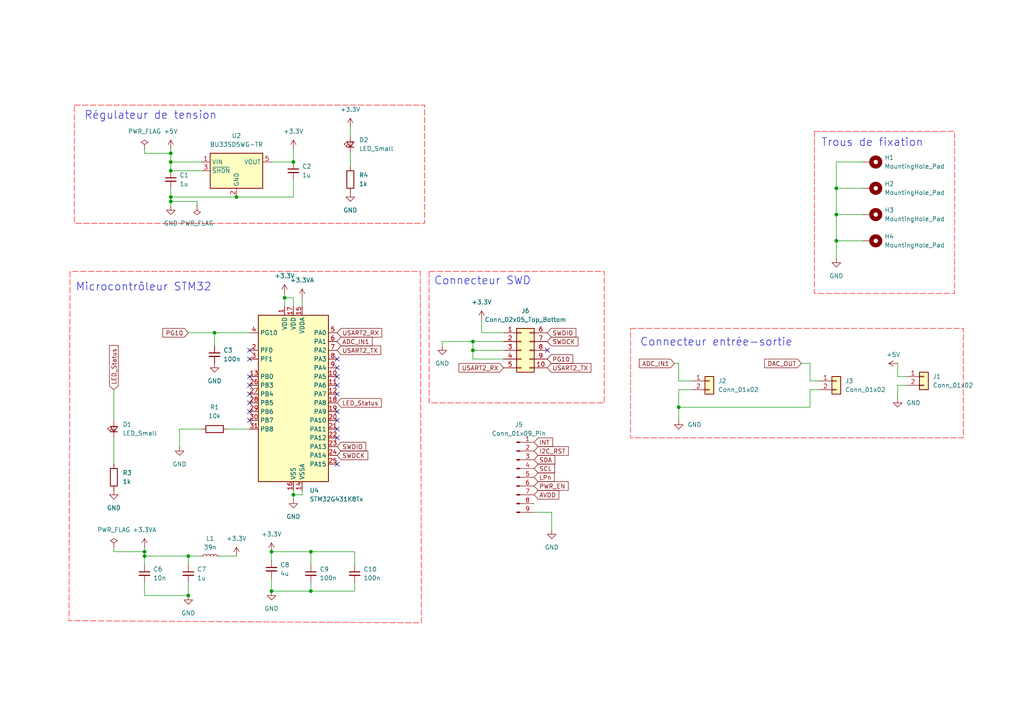
<source format=kicad_sch>
(kicad_sch
	(version 20250114)
	(generator "eeschema")
	(generator_version "9.0")
	(uuid "f1a28d28-fa55-4b6b-89d5-871b1ed8503e")
	(paper "A4")
	(title_block
		(title "Projet électronique Rémond, Ait Khorsa, Sidibe, Vacher")
		(rev "1.0")
	)
	(lib_symbols
		(symbol "Connector:Conn_01x09_Pin"
			(pin_names
				(offset 1.016)
				(hide yes)
			)
			(exclude_from_sim no)
			(in_bom yes)
			(on_board yes)
			(property "Reference" "J"
				(at 0 12.7 0)
				(effects
					(font
						(size 1.27 1.27)
					)
				)
			)
			(property "Value" "Conn_01x09_Pin"
				(at 0 -12.7 0)
				(effects
					(font
						(size 1.27 1.27)
					)
				)
			)
			(property "Footprint" ""
				(at 0 0 0)
				(effects
					(font
						(size 1.27 1.27)
					)
					(hide yes)
				)
			)
			(property "Datasheet" "~"
				(at 0 0 0)
				(effects
					(font
						(size 1.27 1.27)
					)
					(hide yes)
				)
			)
			(property "Description" "Generic connector, single row, 01x09, script generated"
				(at 0 0 0)
				(effects
					(font
						(size 1.27 1.27)
					)
					(hide yes)
				)
			)
			(property "ki_locked" ""
				(at 0 0 0)
				(effects
					(font
						(size 1.27 1.27)
					)
				)
			)
			(property "ki_keywords" "connector"
				(at 0 0 0)
				(effects
					(font
						(size 1.27 1.27)
					)
					(hide yes)
				)
			)
			(property "ki_fp_filters" "Connector*:*_1x??_*"
				(at 0 0 0)
				(effects
					(font
						(size 1.27 1.27)
					)
					(hide yes)
				)
			)
			(symbol "Conn_01x09_Pin_1_1"
				(rectangle
					(start 0.8636 10.287)
					(end 0 10.033)
					(stroke
						(width 0.1524)
						(type default)
					)
					(fill
						(type outline)
					)
				)
				(rectangle
					(start 0.8636 7.747)
					(end 0 7.493)
					(stroke
						(width 0.1524)
						(type default)
					)
					(fill
						(type outline)
					)
				)
				(rectangle
					(start 0.8636 5.207)
					(end 0 4.953)
					(stroke
						(width 0.1524)
						(type default)
					)
					(fill
						(type outline)
					)
				)
				(rectangle
					(start 0.8636 2.667)
					(end 0 2.413)
					(stroke
						(width 0.1524)
						(type default)
					)
					(fill
						(type outline)
					)
				)
				(rectangle
					(start 0.8636 0.127)
					(end 0 -0.127)
					(stroke
						(width 0.1524)
						(type default)
					)
					(fill
						(type outline)
					)
				)
				(rectangle
					(start 0.8636 -2.413)
					(end 0 -2.667)
					(stroke
						(width 0.1524)
						(type default)
					)
					(fill
						(type outline)
					)
				)
				(rectangle
					(start 0.8636 -4.953)
					(end 0 -5.207)
					(stroke
						(width 0.1524)
						(type default)
					)
					(fill
						(type outline)
					)
				)
				(rectangle
					(start 0.8636 -7.493)
					(end 0 -7.747)
					(stroke
						(width 0.1524)
						(type default)
					)
					(fill
						(type outline)
					)
				)
				(rectangle
					(start 0.8636 -10.033)
					(end 0 -10.287)
					(stroke
						(width 0.1524)
						(type default)
					)
					(fill
						(type outline)
					)
				)
				(polyline
					(pts
						(xy 1.27 10.16) (xy 0.8636 10.16)
					)
					(stroke
						(width 0.1524)
						(type default)
					)
					(fill
						(type none)
					)
				)
				(polyline
					(pts
						(xy 1.27 7.62) (xy 0.8636 7.62)
					)
					(stroke
						(width 0.1524)
						(type default)
					)
					(fill
						(type none)
					)
				)
				(polyline
					(pts
						(xy 1.27 5.08) (xy 0.8636 5.08)
					)
					(stroke
						(width 0.1524)
						(type default)
					)
					(fill
						(type none)
					)
				)
				(polyline
					(pts
						(xy 1.27 2.54) (xy 0.8636 2.54)
					)
					(stroke
						(width 0.1524)
						(type default)
					)
					(fill
						(type none)
					)
				)
				(polyline
					(pts
						(xy 1.27 0) (xy 0.8636 0)
					)
					(stroke
						(width 0.1524)
						(type default)
					)
					(fill
						(type none)
					)
				)
				(polyline
					(pts
						(xy 1.27 -2.54) (xy 0.8636 -2.54)
					)
					(stroke
						(width 0.1524)
						(type default)
					)
					(fill
						(type none)
					)
				)
				(polyline
					(pts
						(xy 1.27 -5.08) (xy 0.8636 -5.08)
					)
					(stroke
						(width 0.1524)
						(type default)
					)
					(fill
						(type none)
					)
				)
				(polyline
					(pts
						(xy 1.27 -7.62) (xy 0.8636 -7.62)
					)
					(stroke
						(width 0.1524)
						(type default)
					)
					(fill
						(type none)
					)
				)
				(polyline
					(pts
						(xy 1.27 -10.16) (xy 0.8636 -10.16)
					)
					(stroke
						(width 0.1524)
						(type default)
					)
					(fill
						(type none)
					)
				)
				(pin passive line
					(at 5.08 10.16 180)
					(length 3.81)
					(name "Pin_1"
						(effects
							(font
								(size 1.27 1.27)
							)
						)
					)
					(number "1"
						(effects
							(font
								(size 1.27 1.27)
							)
						)
					)
				)
				(pin passive line
					(at 5.08 7.62 180)
					(length 3.81)
					(name "Pin_2"
						(effects
							(font
								(size 1.27 1.27)
							)
						)
					)
					(number "2"
						(effects
							(font
								(size 1.27 1.27)
							)
						)
					)
				)
				(pin passive line
					(at 5.08 5.08 180)
					(length 3.81)
					(name "Pin_3"
						(effects
							(font
								(size 1.27 1.27)
							)
						)
					)
					(number "3"
						(effects
							(font
								(size 1.27 1.27)
							)
						)
					)
				)
				(pin passive line
					(at 5.08 2.54 180)
					(length 3.81)
					(name "Pin_4"
						(effects
							(font
								(size 1.27 1.27)
							)
						)
					)
					(number "4"
						(effects
							(font
								(size 1.27 1.27)
							)
						)
					)
				)
				(pin passive line
					(at 5.08 0 180)
					(length 3.81)
					(name "Pin_5"
						(effects
							(font
								(size 1.27 1.27)
							)
						)
					)
					(number "5"
						(effects
							(font
								(size 1.27 1.27)
							)
						)
					)
				)
				(pin passive line
					(at 5.08 -2.54 180)
					(length 3.81)
					(name "Pin_6"
						(effects
							(font
								(size 1.27 1.27)
							)
						)
					)
					(number "6"
						(effects
							(font
								(size 1.27 1.27)
							)
						)
					)
				)
				(pin passive line
					(at 5.08 -5.08 180)
					(length 3.81)
					(name "Pin_7"
						(effects
							(font
								(size 1.27 1.27)
							)
						)
					)
					(number "7"
						(effects
							(font
								(size 1.27 1.27)
							)
						)
					)
				)
				(pin passive line
					(at 5.08 -7.62 180)
					(length 3.81)
					(name "Pin_8"
						(effects
							(font
								(size 1.27 1.27)
							)
						)
					)
					(number "8"
						(effects
							(font
								(size 1.27 1.27)
							)
						)
					)
				)
				(pin passive line
					(at 5.08 -10.16 180)
					(length 3.81)
					(name "Pin_9"
						(effects
							(font
								(size 1.27 1.27)
							)
						)
					)
					(number "9"
						(effects
							(font
								(size 1.27 1.27)
							)
						)
					)
				)
			)
			(embedded_fonts no)
		)
		(symbol "Connector_Generic:Conn_01x02"
			(pin_names
				(offset 1.016)
				(hide yes)
			)
			(exclude_from_sim no)
			(in_bom yes)
			(on_board yes)
			(property "Reference" "J"
				(at 0 2.54 0)
				(effects
					(font
						(size 1.27 1.27)
					)
				)
			)
			(property "Value" "Conn_01x02"
				(at 0 -5.08 0)
				(effects
					(font
						(size 1.27 1.27)
					)
				)
			)
			(property "Footprint" ""
				(at 0 0 0)
				(effects
					(font
						(size 1.27 1.27)
					)
					(hide yes)
				)
			)
			(property "Datasheet" "~"
				(at 0 0 0)
				(effects
					(font
						(size 1.27 1.27)
					)
					(hide yes)
				)
			)
			(property "Description" "Generic connector, single row, 01x02, script generated (kicad-library-utils/schlib/autogen/connector/)"
				(at 0 0 0)
				(effects
					(font
						(size 1.27 1.27)
					)
					(hide yes)
				)
			)
			(property "ki_keywords" "connector"
				(at 0 0 0)
				(effects
					(font
						(size 1.27 1.27)
					)
					(hide yes)
				)
			)
			(property "ki_fp_filters" "Connector*:*_1x??_*"
				(at 0 0 0)
				(effects
					(font
						(size 1.27 1.27)
					)
					(hide yes)
				)
			)
			(symbol "Conn_01x02_1_1"
				(rectangle
					(start -1.27 1.27)
					(end 1.27 -3.81)
					(stroke
						(width 0.254)
						(type default)
					)
					(fill
						(type background)
					)
				)
				(rectangle
					(start -1.27 0.127)
					(end 0 -0.127)
					(stroke
						(width 0.1524)
						(type default)
					)
					(fill
						(type none)
					)
				)
				(rectangle
					(start -1.27 -2.413)
					(end 0 -2.667)
					(stroke
						(width 0.1524)
						(type default)
					)
					(fill
						(type none)
					)
				)
				(pin passive line
					(at -5.08 0 0)
					(length 3.81)
					(name "Pin_1"
						(effects
							(font
								(size 1.27 1.27)
							)
						)
					)
					(number "1"
						(effects
							(font
								(size 1.27 1.27)
							)
						)
					)
				)
				(pin passive line
					(at -5.08 -2.54 0)
					(length 3.81)
					(name "Pin_2"
						(effects
							(font
								(size 1.27 1.27)
							)
						)
					)
					(number "2"
						(effects
							(font
								(size 1.27 1.27)
							)
						)
					)
				)
			)
			(embedded_fonts no)
		)
		(symbol "Connector_Generic:Conn_02x05_Top_Bottom"
			(pin_names
				(offset 1.016)
				(hide yes)
			)
			(exclude_from_sim no)
			(in_bom yes)
			(on_board yes)
			(property "Reference" "J"
				(at 1.27 7.62 0)
				(effects
					(font
						(size 1.27 1.27)
					)
				)
			)
			(property "Value" "Conn_02x05_Top_Bottom"
				(at 1.27 -7.62 0)
				(effects
					(font
						(size 1.27 1.27)
					)
				)
			)
			(property "Footprint" ""
				(at 0 0 0)
				(effects
					(font
						(size 1.27 1.27)
					)
					(hide yes)
				)
			)
			(property "Datasheet" "~"
				(at 0 0 0)
				(effects
					(font
						(size 1.27 1.27)
					)
					(hide yes)
				)
			)
			(property "Description" "Generic connector, double row, 02x05, top/bottom pin numbering scheme (row 1: 1...pins_per_row, row2: pins_per_row+1 ... num_pins), script generated (kicad-library-utils/schlib/autogen/connector/)"
				(at 0 0 0)
				(effects
					(font
						(size 1.27 1.27)
					)
					(hide yes)
				)
			)
			(property "ki_keywords" "connector"
				(at 0 0 0)
				(effects
					(font
						(size 1.27 1.27)
					)
					(hide yes)
				)
			)
			(property "ki_fp_filters" "Connector*:*_2x??_*"
				(at 0 0 0)
				(effects
					(font
						(size 1.27 1.27)
					)
					(hide yes)
				)
			)
			(symbol "Conn_02x05_Top_Bottom_1_1"
				(rectangle
					(start -1.27 6.35)
					(end 3.81 -6.35)
					(stroke
						(width 0.254)
						(type default)
					)
					(fill
						(type background)
					)
				)
				(rectangle
					(start -1.27 5.207)
					(end 0 4.953)
					(stroke
						(width 0.1524)
						(type default)
					)
					(fill
						(type none)
					)
				)
				(rectangle
					(start -1.27 2.667)
					(end 0 2.413)
					(stroke
						(width 0.1524)
						(type default)
					)
					(fill
						(type none)
					)
				)
				(rectangle
					(start -1.27 0.127)
					(end 0 -0.127)
					(stroke
						(width 0.1524)
						(type default)
					)
					(fill
						(type none)
					)
				)
				(rectangle
					(start -1.27 -2.413)
					(end 0 -2.667)
					(stroke
						(width 0.1524)
						(type default)
					)
					(fill
						(type none)
					)
				)
				(rectangle
					(start -1.27 -4.953)
					(end 0 -5.207)
					(stroke
						(width 0.1524)
						(type default)
					)
					(fill
						(type none)
					)
				)
				(rectangle
					(start 3.81 5.207)
					(end 2.54 4.953)
					(stroke
						(width 0.1524)
						(type default)
					)
					(fill
						(type none)
					)
				)
				(rectangle
					(start 3.81 2.667)
					(end 2.54 2.413)
					(stroke
						(width 0.1524)
						(type default)
					)
					(fill
						(type none)
					)
				)
				(rectangle
					(start 3.81 0.127)
					(end 2.54 -0.127)
					(stroke
						(width 0.1524)
						(type default)
					)
					(fill
						(type none)
					)
				)
				(rectangle
					(start 3.81 -2.413)
					(end 2.54 -2.667)
					(stroke
						(width 0.1524)
						(type default)
					)
					(fill
						(type none)
					)
				)
				(rectangle
					(start 3.81 -4.953)
					(end 2.54 -5.207)
					(stroke
						(width 0.1524)
						(type default)
					)
					(fill
						(type none)
					)
				)
				(pin passive line
					(at -5.08 5.08 0)
					(length 3.81)
					(name "Pin_1"
						(effects
							(font
								(size 1.27 1.27)
							)
						)
					)
					(number "1"
						(effects
							(font
								(size 1.27 1.27)
							)
						)
					)
				)
				(pin passive line
					(at -5.08 2.54 0)
					(length 3.81)
					(name "Pin_2"
						(effects
							(font
								(size 1.27 1.27)
							)
						)
					)
					(number "2"
						(effects
							(font
								(size 1.27 1.27)
							)
						)
					)
				)
				(pin passive line
					(at -5.08 0 0)
					(length 3.81)
					(name "Pin_3"
						(effects
							(font
								(size 1.27 1.27)
							)
						)
					)
					(number "3"
						(effects
							(font
								(size 1.27 1.27)
							)
						)
					)
				)
				(pin passive line
					(at -5.08 -2.54 0)
					(length 3.81)
					(name "Pin_4"
						(effects
							(font
								(size 1.27 1.27)
							)
						)
					)
					(number "4"
						(effects
							(font
								(size 1.27 1.27)
							)
						)
					)
				)
				(pin passive line
					(at -5.08 -5.08 0)
					(length 3.81)
					(name "Pin_5"
						(effects
							(font
								(size 1.27 1.27)
							)
						)
					)
					(number "5"
						(effects
							(font
								(size 1.27 1.27)
							)
						)
					)
				)
				(pin passive line
					(at 7.62 5.08 180)
					(length 3.81)
					(name "Pin_6"
						(effects
							(font
								(size 1.27 1.27)
							)
						)
					)
					(number "6"
						(effects
							(font
								(size 1.27 1.27)
							)
						)
					)
				)
				(pin passive line
					(at 7.62 2.54 180)
					(length 3.81)
					(name "Pin_7"
						(effects
							(font
								(size 1.27 1.27)
							)
						)
					)
					(number "7"
						(effects
							(font
								(size 1.27 1.27)
							)
						)
					)
				)
				(pin passive line
					(at 7.62 0 180)
					(length 3.81)
					(name "Pin_8"
						(effects
							(font
								(size 1.27 1.27)
							)
						)
					)
					(number "8"
						(effects
							(font
								(size 1.27 1.27)
							)
						)
					)
				)
				(pin passive line
					(at 7.62 -2.54 180)
					(length 3.81)
					(name "Pin_9"
						(effects
							(font
								(size 1.27 1.27)
							)
						)
					)
					(number "9"
						(effects
							(font
								(size 1.27 1.27)
							)
						)
					)
				)
				(pin passive line
					(at 7.62 -5.08 180)
					(length 3.81)
					(name "Pin_10"
						(effects
							(font
								(size 1.27 1.27)
							)
						)
					)
					(number "10"
						(effects
							(font
								(size 1.27 1.27)
							)
						)
					)
				)
			)
			(embedded_fonts no)
		)
		(symbol "Device:C_Small"
			(pin_numbers
				(hide yes)
			)
			(pin_names
				(offset 0.254)
				(hide yes)
			)
			(exclude_from_sim no)
			(in_bom yes)
			(on_board yes)
			(property "Reference" "C"
				(at 0.254 1.778 0)
				(effects
					(font
						(size 1.27 1.27)
					)
					(justify left)
				)
			)
			(property "Value" "C_Small"
				(at 0.254 -2.032 0)
				(effects
					(font
						(size 1.27 1.27)
					)
					(justify left)
				)
			)
			(property "Footprint" ""
				(at 0 0 0)
				(effects
					(font
						(size 1.27 1.27)
					)
					(hide yes)
				)
			)
			(property "Datasheet" "~"
				(at 0 0 0)
				(effects
					(font
						(size 1.27 1.27)
					)
					(hide yes)
				)
			)
			(property "Description" "Unpolarized capacitor, small symbol"
				(at 0 0 0)
				(effects
					(font
						(size 1.27 1.27)
					)
					(hide yes)
				)
			)
			(property "ki_keywords" "capacitor cap"
				(at 0 0 0)
				(effects
					(font
						(size 1.27 1.27)
					)
					(hide yes)
				)
			)
			(property "ki_fp_filters" "C_*"
				(at 0 0 0)
				(effects
					(font
						(size 1.27 1.27)
					)
					(hide yes)
				)
			)
			(symbol "C_Small_0_1"
				(polyline
					(pts
						(xy -1.524 0.508) (xy 1.524 0.508)
					)
					(stroke
						(width 0.3048)
						(type default)
					)
					(fill
						(type none)
					)
				)
				(polyline
					(pts
						(xy -1.524 -0.508) (xy 1.524 -0.508)
					)
					(stroke
						(width 0.3302)
						(type default)
					)
					(fill
						(type none)
					)
				)
			)
			(symbol "C_Small_1_1"
				(pin passive line
					(at 0 2.54 270)
					(length 2.032)
					(name "~"
						(effects
							(font
								(size 1.27 1.27)
							)
						)
					)
					(number "1"
						(effects
							(font
								(size 1.27 1.27)
							)
						)
					)
				)
				(pin passive line
					(at 0 -2.54 90)
					(length 2.032)
					(name "~"
						(effects
							(font
								(size 1.27 1.27)
							)
						)
					)
					(number "2"
						(effects
							(font
								(size 1.27 1.27)
							)
						)
					)
				)
			)
			(embedded_fonts no)
		)
		(symbol "Device:LED_Small"
			(pin_numbers
				(hide yes)
			)
			(pin_names
				(offset 0.254)
				(hide yes)
			)
			(exclude_from_sim no)
			(in_bom yes)
			(on_board yes)
			(property "Reference" "D"
				(at -1.27 3.175 0)
				(effects
					(font
						(size 1.27 1.27)
					)
					(justify left)
				)
			)
			(property "Value" "LED_Small"
				(at -4.445 -2.54 0)
				(effects
					(font
						(size 1.27 1.27)
					)
					(justify left)
				)
			)
			(property "Footprint" ""
				(at 0 0 90)
				(effects
					(font
						(size 1.27 1.27)
					)
					(hide yes)
				)
			)
			(property "Datasheet" "~"
				(at 0 0 90)
				(effects
					(font
						(size 1.27 1.27)
					)
					(hide yes)
				)
			)
			(property "Description" "Light emitting diode, small symbol"
				(at 0 0 0)
				(effects
					(font
						(size 1.27 1.27)
					)
					(hide yes)
				)
			)
			(property "Sim.Pins" "1=K 2=A"
				(at 0 0 0)
				(effects
					(font
						(size 1.27 1.27)
					)
					(hide yes)
				)
			)
			(property "ki_keywords" "LED diode light-emitting-diode"
				(at 0 0 0)
				(effects
					(font
						(size 1.27 1.27)
					)
					(hide yes)
				)
			)
			(property "ki_fp_filters" "LED* LED_SMD:* LED_THT:*"
				(at 0 0 0)
				(effects
					(font
						(size 1.27 1.27)
					)
					(hide yes)
				)
			)
			(symbol "LED_Small_0_1"
				(polyline
					(pts
						(xy -0.762 -1.016) (xy -0.762 1.016)
					)
					(stroke
						(width 0.254)
						(type default)
					)
					(fill
						(type none)
					)
				)
				(polyline
					(pts
						(xy 0 0.762) (xy -0.508 1.27) (xy -0.254 1.27) (xy -0.508 1.27) (xy -0.508 1.016)
					)
					(stroke
						(width 0)
						(type default)
					)
					(fill
						(type none)
					)
				)
				(polyline
					(pts
						(xy 0.508 1.27) (xy 0 1.778) (xy 0.254 1.778) (xy 0 1.778) (xy 0 1.524)
					)
					(stroke
						(width 0)
						(type default)
					)
					(fill
						(type none)
					)
				)
				(polyline
					(pts
						(xy 0.762 -1.016) (xy -0.762 0) (xy 0.762 1.016) (xy 0.762 -1.016)
					)
					(stroke
						(width 0.254)
						(type default)
					)
					(fill
						(type none)
					)
				)
				(polyline
					(pts
						(xy 1.016 0) (xy -0.762 0)
					)
					(stroke
						(width 0)
						(type default)
					)
					(fill
						(type none)
					)
				)
			)
			(symbol "LED_Small_1_1"
				(pin passive line
					(at -2.54 0 0)
					(length 1.778)
					(name "K"
						(effects
							(font
								(size 1.27 1.27)
							)
						)
					)
					(number "1"
						(effects
							(font
								(size 1.27 1.27)
							)
						)
					)
				)
				(pin passive line
					(at 2.54 0 180)
					(length 1.778)
					(name "A"
						(effects
							(font
								(size 1.27 1.27)
							)
						)
					)
					(number "2"
						(effects
							(font
								(size 1.27 1.27)
							)
						)
					)
				)
			)
			(embedded_fonts no)
		)
		(symbol "Device:L_Small"
			(pin_numbers
				(hide yes)
			)
			(pin_names
				(offset 0.254)
				(hide yes)
			)
			(exclude_from_sim no)
			(in_bom yes)
			(on_board yes)
			(property "Reference" "L"
				(at 0.762 1.016 0)
				(effects
					(font
						(size 1.27 1.27)
					)
					(justify left)
				)
			)
			(property "Value" "L_Small"
				(at 0.762 -1.016 0)
				(effects
					(font
						(size 1.27 1.27)
					)
					(justify left)
				)
			)
			(property "Footprint" ""
				(at 0 0 0)
				(effects
					(font
						(size 1.27 1.27)
					)
					(hide yes)
				)
			)
			(property "Datasheet" "~"
				(at 0 0 0)
				(effects
					(font
						(size 1.27 1.27)
					)
					(hide yes)
				)
			)
			(property "Description" "Inductor, small symbol"
				(at 0 0 0)
				(effects
					(font
						(size 1.27 1.27)
					)
					(hide yes)
				)
			)
			(property "ki_keywords" "inductor choke coil reactor magnetic"
				(at 0 0 0)
				(effects
					(font
						(size 1.27 1.27)
					)
					(hide yes)
				)
			)
			(property "ki_fp_filters" "Choke_* *Coil* Inductor_* L_*"
				(at 0 0 0)
				(effects
					(font
						(size 1.27 1.27)
					)
					(hide yes)
				)
			)
			(symbol "L_Small_0_1"
				(arc
					(start 0 2.032)
					(mid 0.5058 1.524)
					(end 0 1.016)
					(stroke
						(width 0)
						(type default)
					)
					(fill
						(type none)
					)
				)
				(arc
					(start 0 1.016)
					(mid 0.5058 0.508)
					(end 0 0)
					(stroke
						(width 0)
						(type default)
					)
					(fill
						(type none)
					)
				)
				(arc
					(start 0 0)
					(mid 0.5058 -0.508)
					(end 0 -1.016)
					(stroke
						(width 0)
						(type default)
					)
					(fill
						(type none)
					)
				)
				(arc
					(start 0 -1.016)
					(mid 0.5058 -1.524)
					(end 0 -2.032)
					(stroke
						(width 0)
						(type default)
					)
					(fill
						(type none)
					)
				)
			)
			(symbol "L_Small_1_1"
				(pin passive line
					(at 0 2.54 270)
					(length 0.508)
					(name "~"
						(effects
							(font
								(size 1.27 1.27)
							)
						)
					)
					(number "1"
						(effects
							(font
								(size 1.27 1.27)
							)
						)
					)
				)
				(pin passive line
					(at 0 -2.54 90)
					(length 0.508)
					(name "~"
						(effects
							(font
								(size 1.27 1.27)
							)
						)
					)
					(number "2"
						(effects
							(font
								(size 1.27 1.27)
							)
						)
					)
				)
			)
			(embedded_fonts no)
		)
		(symbol "Device:R"
			(pin_numbers
				(hide yes)
			)
			(pin_names
				(offset 0)
			)
			(exclude_from_sim no)
			(in_bom yes)
			(on_board yes)
			(property "Reference" "R"
				(at 2.032 0 90)
				(effects
					(font
						(size 1.27 1.27)
					)
				)
			)
			(property "Value" "R"
				(at 0 0 90)
				(effects
					(font
						(size 1.27 1.27)
					)
				)
			)
			(property "Footprint" ""
				(at -1.778 0 90)
				(effects
					(font
						(size 1.27 1.27)
					)
					(hide yes)
				)
			)
			(property "Datasheet" "~"
				(at 0 0 0)
				(effects
					(font
						(size 1.27 1.27)
					)
					(hide yes)
				)
			)
			(property "Description" "Resistor"
				(at 0 0 0)
				(effects
					(font
						(size 1.27 1.27)
					)
					(hide yes)
				)
			)
			(property "ki_keywords" "R res resistor"
				(at 0 0 0)
				(effects
					(font
						(size 1.27 1.27)
					)
					(hide yes)
				)
			)
			(property "ki_fp_filters" "R_*"
				(at 0 0 0)
				(effects
					(font
						(size 1.27 1.27)
					)
					(hide yes)
				)
			)
			(symbol "R_0_1"
				(rectangle
					(start -1.016 -2.54)
					(end 1.016 2.54)
					(stroke
						(width 0.254)
						(type default)
					)
					(fill
						(type none)
					)
				)
			)
			(symbol "R_1_1"
				(pin passive line
					(at 0 3.81 270)
					(length 1.27)
					(name "~"
						(effects
							(font
								(size 1.27 1.27)
							)
						)
					)
					(number "1"
						(effects
							(font
								(size 1.27 1.27)
							)
						)
					)
				)
				(pin passive line
					(at 0 -3.81 90)
					(length 1.27)
					(name "~"
						(effects
							(font
								(size 1.27 1.27)
							)
						)
					)
					(number "2"
						(effects
							(font
								(size 1.27 1.27)
							)
						)
					)
				)
			)
			(embedded_fonts no)
		)
		(symbol "MCU_ST_STM32G4:STM32G431K8Tx"
			(exclude_from_sim no)
			(in_bom yes)
			(on_board yes)
			(property "Reference" "U"
				(at -10.16 26.67 0)
				(effects
					(font
						(size 1.27 1.27)
					)
					(justify left)
				)
			)
			(property "Value" "STM32G431K8Tx"
				(at 5.08 26.67 0)
				(effects
					(font
						(size 1.27 1.27)
					)
					(justify left)
				)
			)
			(property "Footprint" "Package_QFP:LQFP-32_7x7mm_P0.8mm"
				(at -10.16 -22.86 0)
				(effects
					(font
						(size 1.27 1.27)
					)
					(justify right)
					(hide yes)
				)
			)
			(property "Datasheet" "https://www.st.com/resource/en/datasheet/stm32g431k8.pdf"
				(at 0 0 0)
				(effects
					(font
						(size 1.27 1.27)
					)
					(hide yes)
				)
			)
			(property "Description" "STMicroelectronics Arm Cortex-M4 MCU, 64KB flash, 32KB RAM, 170 MHz, 1.71-3.6V, 26 GPIO, LQFP32"
				(at 0 0 0)
				(effects
					(font
						(size 1.27 1.27)
					)
					(hide yes)
				)
			)
			(property "ki_keywords" "Arm Cortex-M4 STM32G4 STM32G4x1"
				(at 0 0 0)
				(effects
					(font
						(size 1.27 1.27)
					)
					(hide yes)
				)
			)
			(property "ki_fp_filters" "LQFP*7x7mm*P0.8mm*"
				(at 0 0 0)
				(effects
					(font
						(size 1.27 1.27)
					)
					(hide yes)
				)
			)
			(symbol "STM32G431K8Tx_0_1"
				(rectangle
					(start -10.16 -22.86)
					(end 10.16 25.4)
					(stroke
						(width 0.254)
						(type default)
					)
					(fill
						(type background)
					)
				)
			)
			(symbol "STM32G431K8Tx_1_1"
				(pin bidirectional line
					(at -12.7 20.32 0)
					(length 2.54)
					(name "PG10"
						(effects
							(font
								(size 1.27 1.27)
							)
						)
					)
					(number "4"
						(effects
							(font
								(size 1.27 1.27)
							)
						)
					)
					(alternate "DAC1_EXTI10" bidirectional line)
					(alternate "DAC3_EXTI10" bidirectional line)
					(alternate "RCC_MCO" bidirectional line)
				)
				(pin bidirectional line
					(at -12.7 15.24 0)
					(length 2.54)
					(name "PF0"
						(effects
							(font
								(size 1.27 1.27)
							)
						)
					)
					(number "2"
						(effects
							(font
								(size 1.27 1.27)
							)
						)
					)
					(alternate "ADC1_IN10" bidirectional line)
					(alternate "I2C2_SDA" bidirectional line)
					(alternate "I2S2_WS" bidirectional line)
					(alternate "RCC_OSC_IN" bidirectional line)
					(alternate "SPI2_NSS" bidirectional line)
					(alternate "TIM1_CH3N" bidirectional line)
				)
				(pin bidirectional line
					(at -12.7 12.7 0)
					(length 2.54)
					(name "PF1"
						(effects
							(font
								(size 1.27 1.27)
							)
						)
					)
					(number "3"
						(effects
							(font
								(size 1.27 1.27)
							)
						)
					)
					(alternate "ADC2_IN10" bidirectional line)
					(alternate "COMP3_INM" bidirectional line)
					(alternate "I2S2_CK" bidirectional line)
					(alternate "RCC_OSC_OUT" bidirectional line)
					(alternate "SPI2_SCK" bidirectional line)
				)
				(pin bidirectional line
					(at -12.7 7.62 0)
					(length 2.54)
					(name "PB0"
						(effects
							(font
								(size 1.27 1.27)
							)
						)
					)
					(number "13"
						(effects
							(font
								(size 1.27 1.27)
							)
						)
					)
					(alternate "ADC1_IN15" bidirectional line)
					(alternate "COMP4_INP" bidirectional line)
					(alternate "OPAMP2_VINP" bidirectional line)
					(alternate "OPAMP2_VINP_SEC" bidirectional line)
					(alternate "OPAMP3_VINP" bidirectional line)
					(alternate "OPAMP3_VINP_SEC" bidirectional line)
					(alternate "TIM1_CH2N" bidirectional line)
					(alternate "TIM3_CH3" bidirectional line)
					(alternate "TIM8_CH2N" bidirectional line)
					(alternate "UCPD1_FRSTX1" bidirectional line)
					(alternate "UCPD1_FRSTX2" bidirectional line)
				)
				(pin bidirectional line
					(at -12.7 5.08 0)
					(length 2.54)
					(name "PB3"
						(effects
							(font
								(size 1.27 1.27)
							)
						)
					)
					(number "26"
						(effects
							(font
								(size 1.27 1.27)
							)
						)
					)
					(alternate "CRS_SYNC" bidirectional line)
					(alternate "I2S3_CK" bidirectional line)
					(alternate "SAI1_SCK_B" bidirectional line)
					(alternate "SPI1_SCK" bidirectional line)
					(alternate "SPI3_SCK" bidirectional line)
					(alternate "SYS_JTDO-SWO" bidirectional line)
					(alternate "TIM2_CH2" bidirectional line)
					(alternate "TIM3_ETR" bidirectional line)
					(alternate "TIM4_ETR" bidirectional line)
					(alternate "TIM8_CH1N" bidirectional line)
					(alternate "USART2_TX" bidirectional line)
				)
				(pin bidirectional line
					(at -12.7 2.54 0)
					(length 2.54)
					(name "PB4"
						(effects
							(font
								(size 1.27 1.27)
							)
						)
					)
					(number "27"
						(effects
							(font
								(size 1.27 1.27)
							)
						)
					)
					(alternate "SAI1_MCLK_B" bidirectional line)
					(alternate "SPI1_MISO" bidirectional line)
					(alternate "SPI3_MISO" bidirectional line)
					(alternate "SYS_JTRST" bidirectional line)
					(alternate "TIM16_CH1" bidirectional line)
					(alternate "TIM17_BKIN" bidirectional line)
					(alternate "TIM3_CH1" bidirectional line)
					(alternate "TIM8_CH2N" bidirectional line)
					(alternate "UCPD1_CC2" bidirectional line)
					(alternate "USART2_RX" bidirectional line)
				)
				(pin bidirectional line
					(at -12.7 0 0)
					(length 2.54)
					(name "PB5"
						(effects
							(font
								(size 1.27 1.27)
							)
						)
					)
					(number "28"
						(effects
							(font
								(size 1.27 1.27)
							)
						)
					)
					(alternate "I2C1_SMBA" bidirectional line)
					(alternate "I2C3_SDA" bidirectional line)
					(alternate "I2S3_SD" bidirectional line)
					(alternate "LPTIM1_IN1" bidirectional line)
					(alternate "SAI1_SD_B" bidirectional line)
					(alternate "SPI1_MOSI" bidirectional line)
					(alternate "SPI3_MOSI" bidirectional line)
					(alternate "TIM16_BKIN" bidirectional line)
					(alternate "TIM17_CH1" bidirectional line)
					(alternate "TIM3_CH2" bidirectional line)
					(alternate "TIM8_CH3N" bidirectional line)
					(alternate "USART2_CK" bidirectional line)
				)
				(pin bidirectional line
					(at -12.7 -2.54 0)
					(length 2.54)
					(name "PB6"
						(effects
							(font
								(size 1.27 1.27)
							)
						)
					)
					(number "29"
						(effects
							(font
								(size 1.27 1.27)
							)
						)
					)
					(alternate "COMP4_OUT" bidirectional line)
					(alternate "LPTIM1_ETR" bidirectional line)
					(alternate "SAI1_FS_B" bidirectional line)
					(alternate "TIM16_CH1N" bidirectional line)
					(alternate "TIM4_CH1" bidirectional line)
					(alternate "TIM8_BKIN2" bidirectional line)
					(alternate "TIM8_CH1" bidirectional line)
					(alternate "TIM8_ETR" bidirectional line)
					(alternate "UCPD1_CC1" bidirectional line)
					(alternate "USART1_TX" bidirectional line)
				)
				(pin bidirectional line
					(at -12.7 -5.08 0)
					(length 2.54)
					(name "PB7"
						(effects
							(font
								(size 1.27 1.27)
							)
						)
					)
					(number "30"
						(effects
							(font
								(size 1.27 1.27)
							)
						)
					)
					(alternate "COMP3_OUT" bidirectional line)
					(alternate "I2C1_SDA" bidirectional line)
					(alternate "LPTIM1_IN2" bidirectional line)
					(alternate "SYS_PVD_IN" bidirectional line)
					(alternate "TIM17_CH1N" bidirectional line)
					(alternate "TIM3_CH4" bidirectional line)
					(alternate "TIM4_CH2" bidirectional line)
					(alternate "TIM8_BKIN" bidirectional line)
					(alternate "USART1_RX" bidirectional line)
				)
				(pin bidirectional line
					(at -12.7 -7.62 0)
					(length 2.54)
					(name "PB8"
						(effects
							(font
								(size 1.27 1.27)
							)
						)
					)
					(number "31"
						(effects
							(font
								(size 1.27 1.27)
							)
						)
					)
					(alternate "COMP1_OUT" bidirectional line)
					(alternate "FDCAN1_RX" bidirectional line)
					(alternate "I2C1_SCL" bidirectional line)
					(alternate "SAI1_CK1" bidirectional line)
					(alternate "SAI1_MCLK_A" bidirectional line)
					(alternate "TIM16_CH1" bidirectional line)
					(alternate "TIM1_BKIN" bidirectional line)
					(alternate "TIM4_CH3" bidirectional line)
					(alternate "TIM8_CH2" bidirectional line)
				)
				(pin power_in line
					(at -2.54 27.94 270)
					(length 2.54)
					(name "VDD"
						(effects
							(font
								(size 1.27 1.27)
							)
						)
					)
					(number "1"
						(effects
							(font
								(size 1.27 1.27)
							)
						)
					)
				)
				(pin power_in line
					(at 0 27.94 270)
					(length 2.54)
					(name "VDD"
						(effects
							(font
								(size 1.27 1.27)
							)
						)
					)
					(number "17"
						(effects
							(font
								(size 1.27 1.27)
							)
						)
					)
				)
				(pin power_in line
					(at 0 -25.4 90)
					(length 2.54)
					(name "VSS"
						(effects
							(font
								(size 1.27 1.27)
							)
						)
					)
					(number "16"
						(effects
							(font
								(size 1.27 1.27)
							)
						)
					)
				)
				(pin passive line
					(at 0 -25.4 90)
					(length 2.54)
					(hide yes)
					(name "VSS"
						(effects
							(font
								(size 1.27 1.27)
							)
						)
					)
					(number "32"
						(effects
							(font
								(size 1.27 1.27)
							)
						)
					)
				)
				(pin power_in line
					(at 2.54 27.94 270)
					(length 2.54)
					(name "VDDA"
						(effects
							(font
								(size 1.27 1.27)
							)
						)
					)
					(number "15"
						(effects
							(font
								(size 1.27 1.27)
							)
						)
					)
				)
				(pin power_in line
					(at 2.54 -25.4 90)
					(length 2.54)
					(name "VSSA"
						(effects
							(font
								(size 1.27 1.27)
							)
						)
					)
					(number "14"
						(effects
							(font
								(size 1.27 1.27)
							)
						)
					)
				)
				(pin bidirectional line
					(at 12.7 20.32 180)
					(length 2.54)
					(name "PA0"
						(effects
							(font
								(size 1.27 1.27)
							)
						)
					)
					(number "5"
						(effects
							(font
								(size 1.27 1.27)
							)
						)
					)
					(alternate "ADC1_IN1" bidirectional line)
					(alternate "ADC2_IN1" bidirectional line)
					(alternate "COMP1_INM" bidirectional line)
					(alternate "COMP1_OUT" bidirectional line)
					(alternate "COMP3_INP" bidirectional line)
					(alternate "RTC_TAMP2" bidirectional line)
					(alternate "SYS_WKUP1" bidirectional line)
					(alternate "TIM2_CH1" bidirectional line)
					(alternate "TIM2_ETR" bidirectional line)
					(alternate "TIM8_BKIN" bidirectional line)
					(alternate "TIM8_ETR" bidirectional line)
					(alternate "USART2_CTS" bidirectional line)
					(alternate "USART2_NSS" bidirectional line)
				)
				(pin bidirectional line
					(at 12.7 17.78 180)
					(length 2.54)
					(name "PA1"
						(effects
							(font
								(size 1.27 1.27)
							)
						)
					)
					(number "6"
						(effects
							(font
								(size 1.27 1.27)
							)
						)
					)
					(alternate "ADC1_IN2" bidirectional line)
					(alternate "ADC2_IN2" bidirectional line)
					(alternate "COMP1_INP" bidirectional line)
					(alternate "OPAMP1_VINP" bidirectional line)
					(alternate "OPAMP1_VINP_SEC" bidirectional line)
					(alternate "OPAMP3_VINP" bidirectional line)
					(alternate "OPAMP3_VINP_SEC" bidirectional line)
					(alternate "RTC_REFIN" bidirectional line)
					(alternate "TIM15_CH1N" bidirectional line)
					(alternate "TIM2_CH2" bidirectional line)
					(alternate "USART2_DE" bidirectional line)
					(alternate "USART2_RTS" bidirectional line)
				)
				(pin bidirectional line
					(at 12.7 15.24 180)
					(length 2.54)
					(name "PA2"
						(effects
							(font
								(size 1.27 1.27)
							)
						)
					)
					(number "7"
						(effects
							(font
								(size 1.27 1.27)
							)
						)
					)
					(alternate "ADC1_IN3" bidirectional line)
					(alternate "COMP2_INM" bidirectional line)
					(alternate "COMP2_OUT" bidirectional line)
					(alternate "LPUART1_TX" bidirectional line)
					(alternate "OPAMP1_VOUT" bidirectional line)
					(alternate "RCC_LSCO" bidirectional line)
					(alternate "SYS_WKUP4" bidirectional line)
					(alternate "TIM15_CH1" bidirectional line)
					(alternate "TIM2_CH3" bidirectional line)
					(alternate "UCPD1_FRSTX1" bidirectional line)
					(alternate "UCPD1_FRSTX2" bidirectional line)
					(alternate "USART2_TX" bidirectional line)
				)
				(pin bidirectional line
					(at 12.7 12.7 180)
					(length 2.54)
					(name "PA3"
						(effects
							(font
								(size 1.27 1.27)
							)
						)
					)
					(number "8"
						(effects
							(font
								(size 1.27 1.27)
							)
						)
					)
					(alternate "ADC1_IN4" bidirectional line)
					(alternate "COMP2_INP" bidirectional line)
					(alternate "LPUART1_RX" bidirectional line)
					(alternate "OPAMP1_VINM" bidirectional line)
					(alternate "OPAMP1_VINM0" bidirectional line)
					(alternate "OPAMP1_VINM_SEC" bidirectional line)
					(alternate "OPAMP1_VINP" bidirectional line)
					(alternate "OPAMP1_VINP_SEC" bidirectional line)
					(alternate "SAI1_CK1" bidirectional line)
					(alternate "SAI1_MCLK_A" bidirectional line)
					(alternate "TIM15_CH2" bidirectional line)
					(alternate "TIM2_CH4" bidirectional line)
					(alternate "USART2_RX" bidirectional line)
				)
				(pin bidirectional line
					(at 12.7 10.16 180)
					(length 2.54)
					(name "PA4"
						(effects
							(font
								(size 1.27 1.27)
							)
						)
					)
					(number "9"
						(effects
							(font
								(size 1.27 1.27)
							)
						)
					)
					(alternate "ADC2_IN17" bidirectional line)
					(alternate "COMP1_INM" bidirectional line)
					(alternate "DAC1_OUT1" bidirectional line)
					(alternate "I2S3_WS" bidirectional line)
					(alternate "SAI1_FS_B" bidirectional line)
					(alternate "SPI1_NSS" bidirectional line)
					(alternate "SPI3_NSS" bidirectional line)
					(alternate "TIM3_CH2" bidirectional line)
					(alternate "USART2_CK" bidirectional line)
				)
				(pin bidirectional line
					(at 12.7 7.62 180)
					(length 2.54)
					(name "PA5"
						(effects
							(font
								(size 1.27 1.27)
							)
						)
					)
					(number "10"
						(effects
							(font
								(size 1.27 1.27)
							)
						)
					)
					(alternate "ADC2_IN13" bidirectional line)
					(alternate "COMP2_INM" bidirectional line)
					(alternate "DAC1_OUT2" bidirectional line)
					(alternate "OPAMP2_VINM" bidirectional line)
					(alternate "OPAMP2_VINM0" bidirectional line)
					(alternate "OPAMP2_VINM_SEC" bidirectional line)
					(alternate "SPI1_SCK" bidirectional line)
					(alternate "TIM2_CH1" bidirectional line)
					(alternate "TIM2_ETR" bidirectional line)
					(alternate "UCPD1_FRSTX1" bidirectional line)
					(alternate "UCPD1_FRSTX2" bidirectional line)
				)
				(pin bidirectional line
					(at 12.7 5.08 180)
					(length 2.54)
					(name "PA6"
						(effects
							(font
								(size 1.27 1.27)
							)
						)
					)
					(number "11"
						(effects
							(font
								(size 1.27 1.27)
							)
						)
					)
					(alternate "ADC2_IN3" bidirectional line)
					(alternate "COMP1_OUT" bidirectional line)
					(alternate "LPUART1_CTS" bidirectional line)
					(alternate "OPAMP2_VOUT" bidirectional line)
					(alternate "SPI1_MISO" bidirectional line)
					(alternate "TIM16_CH1" bidirectional line)
					(alternate "TIM1_BKIN" bidirectional line)
					(alternate "TIM3_CH1" bidirectional line)
					(alternate "TIM8_BKIN" bidirectional line)
				)
				(pin bidirectional line
					(at 12.7 2.54 180)
					(length 2.54)
					(name "PA7"
						(effects
							(font
								(size 1.27 1.27)
							)
						)
					)
					(number "12"
						(effects
							(font
								(size 1.27 1.27)
							)
						)
					)
					(alternate "ADC2_IN4" bidirectional line)
					(alternate "COMP2_INP" bidirectional line)
					(alternate "COMP2_OUT" bidirectional line)
					(alternate "OPAMP1_VINP" bidirectional line)
					(alternate "OPAMP1_VINP_SEC" bidirectional line)
					(alternate "OPAMP2_VINP" bidirectional line)
					(alternate "OPAMP2_VINP_SEC" bidirectional line)
					(alternate "SPI1_MOSI" bidirectional line)
					(alternate "TIM17_CH1" bidirectional line)
					(alternate "TIM1_CH1N" bidirectional line)
					(alternate "TIM3_CH2" bidirectional line)
					(alternate "TIM8_CH1N" bidirectional line)
					(alternate "UCPD1_FRSTX1" bidirectional line)
					(alternate "UCPD1_FRSTX2" bidirectional line)
				)
				(pin bidirectional line
					(at 12.7 0 180)
					(length 2.54)
					(name "PA8"
						(effects
							(font
								(size 1.27 1.27)
							)
						)
					)
					(number "18"
						(effects
							(font
								(size 1.27 1.27)
							)
						)
					)
					(alternate "I2C2_SDA" bidirectional line)
					(alternate "I2C3_SCL" bidirectional line)
					(alternate "I2S2_MCK" bidirectional line)
					(alternate "RCC_MCO" bidirectional line)
					(alternate "SAI1_CK2" bidirectional line)
					(alternate "SAI1_SCK_A" bidirectional line)
					(alternate "TIM1_CH1" bidirectional line)
					(alternate "TIM4_ETR" bidirectional line)
					(alternate "USART1_CK" bidirectional line)
				)
				(pin bidirectional line
					(at 12.7 -2.54 180)
					(length 2.54)
					(name "PA9"
						(effects
							(font
								(size 1.27 1.27)
							)
						)
					)
					(number "19"
						(effects
							(font
								(size 1.27 1.27)
							)
						)
					)
					(alternate "DAC1_EXTI9" bidirectional line)
					(alternate "DAC3_EXTI9" bidirectional line)
					(alternate "I2C2_SCL" bidirectional line)
					(alternate "I2C3_SMBA" bidirectional line)
					(alternate "I2S3_MCK" bidirectional line)
					(alternate "SAI1_FS_A" bidirectional line)
					(alternate "TIM15_BKIN" bidirectional line)
					(alternate "TIM1_CH2" bidirectional line)
					(alternate "TIM2_CH3" bidirectional line)
					(alternate "UCPD1_DBCC1" bidirectional line)
					(alternate "USART1_TX" bidirectional line)
				)
				(pin bidirectional line
					(at 12.7 -5.08 180)
					(length 2.54)
					(name "PA10"
						(effects
							(font
								(size 1.27 1.27)
							)
						)
					)
					(number "20"
						(effects
							(font
								(size 1.27 1.27)
							)
						)
					)
					(alternate "CRS_SYNC" bidirectional line)
					(alternate "DAC1_EXTI10" bidirectional line)
					(alternate "DAC3_EXTI10" bidirectional line)
					(alternate "I2C2_SMBA" bidirectional line)
					(alternate "SAI1_D1" bidirectional line)
					(alternate "SAI1_SD_A" bidirectional line)
					(alternate "SPI2_MISO" bidirectional line)
					(alternate "TIM17_BKIN" bidirectional line)
					(alternate "TIM1_CH3" bidirectional line)
					(alternate "TIM2_CH4" bidirectional line)
					(alternate "TIM8_BKIN" bidirectional line)
					(alternate "UCPD1_DBCC2" bidirectional line)
					(alternate "USART1_RX" bidirectional line)
				)
				(pin bidirectional line
					(at 12.7 -7.62 180)
					(length 2.54)
					(name "PA11"
						(effects
							(font
								(size 1.27 1.27)
							)
						)
					)
					(number "21"
						(effects
							(font
								(size 1.27 1.27)
							)
						)
					)
					(alternate "ADC1_EXTI11" bidirectional line)
					(alternate "ADC2_EXTI11" bidirectional line)
					(alternate "COMP1_OUT" bidirectional line)
					(alternate "FDCAN1_RX" bidirectional line)
					(alternate "I2S2_SD" bidirectional line)
					(alternate "SPI2_MOSI" bidirectional line)
					(alternate "TIM1_BKIN2" bidirectional line)
					(alternate "TIM1_CH1N" bidirectional line)
					(alternate "TIM1_CH4" bidirectional line)
					(alternate "TIM4_CH1" bidirectional line)
					(alternate "USART1_CTS" bidirectional line)
					(alternate "USART1_NSS" bidirectional line)
					(alternate "USB_DM" bidirectional line)
				)
				(pin bidirectional line
					(at 12.7 -10.16 180)
					(length 2.54)
					(name "PA12"
						(effects
							(font
								(size 1.27 1.27)
							)
						)
					)
					(number "22"
						(effects
							(font
								(size 1.27 1.27)
							)
						)
					)
					(alternate "COMP2_OUT" bidirectional line)
					(alternate "FDCAN1_TX" bidirectional line)
					(alternate "I2S_CKIN" bidirectional line)
					(alternate "TIM16_CH1" bidirectional line)
					(alternate "TIM1_CH2N" bidirectional line)
					(alternate "TIM1_ETR" bidirectional line)
					(alternate "TIM4_CH2" bidirectional line)
					(alternate "USART1_DE" bidirectional line)
					(alternate "USART1_RTS" bidirectional line)
					(alternate "USB_DP" bidirectional line)
				)
				(pin bidirectional line
					(at 12.7 -12.7 180)
					(length 2.54)
					(name "PA13"
						(effects
							(font
								(size 1.27 1.27)
							)
						)
					)
					(number "23"
						(effects
							(font
								(size 1.27 1.27)
							)
						)
					)
					(alternate "I2C1_SCL" bidirectional line)
					(alternate "IR_OUT" bidirectional line)
					(alternate "SAI1_SD_B" bidirectional line)
					(alternate "SYS_JTMS-SWDIO" bidirectional line)
					(alternate "TIM16_CH1N" bidirectional line)
					(alternate "TIM4_CH3" bidirectional line)
				)
				(pin bidirectional line
					(at 12.7 -15.24 180)
					(length 2.54)
					(name "PA14"
						(effects
							(font
								(size 1.27 1.27)
							)
						)
					)
					(number "24"
						(effects
							(font
								(size 1.27 1.27)
							)
						)
					)
					(alternate "I2C1_SDA" bidirectional line)
					(alternate "LPTIM1_OUT" bidirectional line)
					(alternate "SAI1_FS_B" bidirectional line)
					(alternate "SYS_JTCK-SWCLK" bidirectional line)
					(alternate "TIM1_BKIN" bidirectional line)
					(alternate "TIM8_CH2" bidirectional line)
					(alternate "USART2_TX" bidirectional line)
				)
				(pin bidirectional line
					(at 12.7 -17.78 180)
					(length 2.54)
					(name "PA15"
						(effects
							(font
								(size 1.27 1.27)
							)
						)
					)
					(number "25"
						(effects
							(font
								(size 1.27 1.27)
							)
						)
					)
					(alternate "ADC1_EXTI15" bidirectional line)
					(alternate "ADC2_EXTI15" bidirectional line)
					(alternate "I2C1_SCL" bidirectional line)
					(alternate "I2S3_WS" bidirectional line)
					(alternate "SPI1_NSS" bidirectional line)
					(alternate "SPI3_NSS" bidirectional line)
					(alternate "SYS_JTDI" bidirectional line)
					(alternate "TIM1_BKIN" bidirectional line)
					(alternate "TIM2_CH1" bidirectional line)
					(alternate "TIM2_ETR" bidirectional line)
					(alternate "TIM8_CH1" bidirectional line)
					(alternate "USART2_RX" bidirectional line)
				)
			)
			(embedded_fonts no)
		)
		(symbol "Mechanical:MountingHole_Pad"
			(pin_numbers
				(hide yes)
			)
			(pin_names
				(offset 1.016)
				(hide yes)
			)
			(exclude_from_sim no)
			(in_bom no)
			(on_board yes)
			(property "Reference" "H"
				(at 0 6.35 0)
				(effects
					(font
						(size 1.27 1.27)
					)
				)
			)
			(property "Value" "MountingHole_Pad"
				(at 0 4.445 0)
				(effects
					(font
						(size 1.27 1.27)
					)
				)
			)
			(property "Footprint" ""
				(at 0 0 0)
				(effects
					(font
						(size 1.27 1.27)
					)
					(hide yes)
				)
			)
			(property "Datasheet" "~"
				(at 0 0 0)
				(effects
					(font
						(size 1.27 1.27)
					)
					(hide yes)
				)
			)
			(property "Description" "Mounting Hole with connection"
				(at 0 0 0)
				(effects
					(font
						(size 1.27 1.27)
					)
					(hide yes)
				)
			)
			(property "ki_keywords" "mounting hole"
				(at 0 0 0)
				(effects
					(font
						(size 1.27 1.27)
					)
					(hide yes)
				)
			)
			(property "ki_fp_filters" "MountingHole*Pad*"
				(at 0 0 0)
				(effects
					(font
						(size 1.27 1.27)
					)
					(hide yes)
				)
			)
			(symbol "MountingHole_Pad_0_1"
				(circle
					(center 0 1.27)
					(radius 1.27)
					(stroke
						(width 1.27)
						(type default)
					)
					(fill
						(type none)
					)
				)
			)
			(symbol "MountingHole_Pad_1_1"
				(pin input line
					(at 0 -2.54 90)
					(length 2.54)
					(name "1"
						(effects
							(font
								(size 1.27 1.27)
							)
						)
					)
					(number "1"
						(effects
							(font
								(size 1.27 1.27)
							)
						)
					)
				)
			)
			(embedded_fonts no)
		)
		(symbol "Regulator_Linear:MCP1802x-xx02xOT"
			(exclude_from_sim no)
			(in_bom yes)
			(on_board yes)
			(property "Reference" "U"
				(at -6.35 6.35 0)
				(effects
					(font
						(size 1.27 1.27)
					)
					(justify left)
				)
			)
			(property "Value" "MCP1802x-xx02xOT"
				(at 0 6.35 0)
				(effects
					(font
						(size 1.27 1.27)
					)
					(justify left)
				)
			)
			(property "Footprint" "Package_TO_SOT_SMD:SOT-23-5"
				(at -6.35 8.89 0)
				(effects
					(font
						(size 1.27 1.27)
						(italic yes)
					)
					(justify left)
					(hide yes)
				)
			)
			(property "Datasheet" "http://ww1.microchip.com/downloads/en/DeviceDoc/22053C.pdf"
				(at 0 -2.54 0)
				(effects
					(font
						(size 1.27 1.27)
					)
					(hide yes)
				)
			)
			(property "Description" "150mA, Tiny CMOS LDO With Shutdown, Fixed Voltage, SOT-23-5"
				(at 0 0 0)
				(effects
					(font
						(size 1.27 1.27)
					)
					(hide yes)
				)
			)
			(property "ki_keywords" "LDO Linear Voltage Regulator"
				(at 0 0 0)
				(effects
					(font
						(size 1.27 1.27)
					)
					(hide yes)
				)
			)
			(property "ki_fp_filters" "SOT?23*"
				(at 0 0 0)
				(effects
					(font
						(size 1.27 1.27)
					)
					(hide yes)
				)
			)
			(symbol "MCP1802x-xx02xOT_0_1"
				(rectangle
					(start -7.62 5.08)
					(end 7.62 -5.08)
					(stroke
						(width 0.254)
						(type default)
					)
					(fill
						(type background)
					)
				)
			)
			(symbol "MCP1802x-xx02xOT_1_1"
				(pin power_in line
					(at -10.16 2.54 0)
					(length 2.54)
					(name "VIN"
						(effects
							(font
								(size 1.27 1.27)
							)
						)
					)
					(number "1"
						(effects
							(font
								(size 1.27 1.27)
							)
						)
					)
				)
				(pin input line
					(at -10.16 0 0)
					(length 2.54)
					(name "~{SHDN}"
						(effects
							(font
								(size 1.27 1.27)
							)
						)
					)
					(number "3"
						(effects
							(font
								(size 1.27 1.27)
							)
						)
					)
				)
				(pin power_in line
					(at 0 -7.62 90)
					(length 2.54)
					(name "GND"
						(effects
							(font
								(size 1.27 1.27)
							)
						)
					)
					(number "2"
						(effects
							(font
								(size 1.27 1.27)
							)
						)
					)
				)
				(pin no_connect line
					(at 7.62 0 180)
					(length 2.54)
					(hide yes)
					(name "NC"
						(effects
							(font
								(size 1.27 1.27)
							)
						)
					)
					(number "4"
						(effects
							(font
								(size 1.27 1.27)
							)
						)
					)
				)
				(pin power_out line
					(at 10.16 2.54 180)
					(length 2.54)
					(name "VOUT"
						(effects
							(font
								(size 1.27 1.27)
							)
						)
					)
					(number "5"
						(effects
							(font
								(size 1.27 1.27)
							)
						)
					)
				)
			)
			(embedded_fonts no)
		)
		(symbol "power:+3.3V"
			(power)
			(pin_numbers
				(hide yes)
			)
			(pin_names
				(offset 0)
				(hide yes)
			)
			(exclude_from_sim no)
			(in_bom yes)
			(on_board yes)
			(property "Reference" "#PWR"
				(at 0 -3.81 0)
				(effects
					(font
						(size 1.27 1.27)
					)
					(hide yes)
				)
			)
			(property "Value" "+3.3V"
				(at 0 3.556 0)
				(effects
					(font
						(size 1.27 1.27)
					)
				)
			)
			(property "Footprint" ""
				(at 0 0 0)
				(effects
					(font
						(size 1.27 1.27)
					)
					(hide yes)
				)
			)
			(property "Datasheet" ""
				(at 0 0 0)
				(effects
					(font
						(size 1.27 1.27)
					)
					(hide yes)
				)
			)
			(property "Description" "Power symbol creates a global label with name \"+3.3V\""
				(at 0 0 0)
				(effects
					(font
						(size 1.27 1.27)
					)
					(hide yes)
				)
			)
			(property "ki_keywords" "global power"
				(at 0 0 0)
				(effects
					(font
						(size 1.27 1.27)
					)
					(hide yes)
				)
			)
			(symbol "+3.3V_0_1"
				(polyline
					(pts
						(xy -0.762 1.27) (xy 0 2.54)
					)
					(stroke
						(width 0)
						(type default)
					)
					(fill
						(type none)
					)
				)
				(polyline
					(pts
						(xy 0 2.54) (xy 0.762 1.27)
					)
					(stroke
						(width 0)
						(type default)
					)
					(fill
						(type none)
					)
				)
				(polyline
					(pts
						(xy 0 0) (xy 0 2.54)
					)
					(stroke
						(width 0)
						(type default)
					)
					(fill
						(type none)
					)
				)
			)
			(symbol "+3.3V_1_1"
				(pin power_in line
					(at 0 0 90)
					(length 0)
					(name "~"
						(effects
							(font
								(size 1.27 1.27)
							)
						)
					)
					(number "1"
						(effects
							(font
								(size 1.27 1.27)
							)
						)
					)
				)
			)
			(embedded_fonts no)
		)
		(symbol "power:+3.3VA"
			(power)
			(pin_numbers
				(hide yes)
			)
			(pin_names
				(offset 0)
				(hide yes)
			)
			(exclude_from_sim no)
			(in_bom yes)
			(on_board yes)
			(property "Reference" "#PWR"
				(at 0 -3.81 0)
				(effects
					(font
						(size 1.27 1.27)
					)
					(hide yes)
				)
			)
			(property "Value" "+3.3VA"
				(at 0 3.556 0)
				(effects
					(font
						(size 1.27 1.27)
					)
				)
			)
			(property "Footprint" ""
				(at 0 0 0)
				(effects
					(font
						(size 1.27 1.27)
					)
					(hide yes)
				)
			)
			(property "Datasheet" ""
				(at 0 0 0)
				(effects
					(font
						(size 1.27 1.27)
					)
					(hide yes)
				)
			)
			(property "Description" "Power symbol creates a global label with name \"+3.3VA\""
				(at 0 0 0)
				(effects
					(font
						(size 1.27 1.27)
					)
					(hide yes)
				)
			)
			(property "ki_keywords" "global power"
				(at 0 0 0)
				(effects
					(font
						(size 1.27 1.27)
					)
					(hide yes)
				)
			)
			(symbol "+3.3VA_0_1"
				(polyline
					(pts
						(xy -0.762 1.27) (xy 0 2.54)
					)
					(stroke
						(width 0)
						(type default)
					)
					(fill
						(type none)
					)
				)
				(polyline
					(pts
						(xy 0 2.54) (xy 0.762 1.27)
					)
					(stroke
						(width 0)
						(type default)
					)
					(fill
						(type none)
					)
				)
				(polyline
					(pts
						(xy 0 0) (xy 0 2.54)
					)
					(stroke
						(width 0)
						(type default)
					)
					(fill
						(type none)
					)
				)
			)
			(symbol "+3.3VA_1_1"
				(pin power_in line
					(at 0 0 90)
					(length 0)
					(name "~"
						(effects
							(font
								(size 1.27 1.27)
							)
						)
					)
					(number "1"
						(effects
							(font
								(size 1.27 1.27)
							)
						)
					)
				)
			)
			(embedded_fonts no)
		)
		(symbol "power:+5V"
			(power)
			(pin_numbers
				(hide yes)
			)
			(pin_names
				(offset 0)
				(hide yes)
			)
			(exclude_from_sim no)
			(in_bom yes)
			(on_board yes)
			(property "Reference" "#PWR"
				(at 0 -3.81 0)
				(effects
					(font
						(size 1.27 1.27)
					)
					(hide yes)
				)
			)
			(property "Value" "+5V"
				(at 0 3.556 0)
				(effects
					(font
						(size 1.27 1.27)
					)
				)
			)
			(property "Footprint" ""
				(at 0 0 0)
				(effects
					(font
						(size 1.27 1.27)
					)
					(hide yes)
				)
			)
			(property "Datasheet" ""
				(at 0 0 0)
				(effects
					(font
						(size 1.27 1.27)
					)
					(hide yes)
				)
			)
			(property "Description" "Power symbol creates a global label with name \"+5V\""
				(at 0 0 0)
				(effects
					(font
						(size 1.27 1.27)
					)
					(hide yes)
				)
			)
			(property "ki_keywords" "global power"
				(at 0 0 0)
				(effects
					(font
						(size 1.27 1.27)
					)
					(hide yes)
				)
			)
			(symbol "+5V_0_1"
				(polyline
					(pts
						(xy -0.762 1.27) (xy 0 2.54)
					)
					(stroke
						(width 0)
						(type default)
					)
					(fill
						(type none)
					)
				)
				(polyline
					(pts
						(xy 0 2.54) (xy 0.762 1.27)
					)
					(stroke
						(width 0)
						(type default)
					)
					(fill
						(type none)
					)
				)
				(polyline
					(pts
						(xy 0 0) (xy 0 2.54)
					)
					(stroke
						(width 0)
						(type default)
					)
					(fill
						(type none)
					)
				)
			)
			(symbol "+5V_1_1"
				(pin power_in line
					(at 0 0 90)
					(length 0)
					(name "~"
						(effects
							(font
								(size 1.27 1.27)
							)
						)
					)
					(number "1"
						(effects
							(font
								(size 1.27 1.27)
							)
						)
					)
				)
			)
			(embedded_fonts no)
		)
		(symbol "power:GND"
			(power)
			(pin_numbers
				(hide yes)
			)
			(pin_names
				(offset 0)
				(hide yes)
			)
			(exclude_from_sim no)
			(in_bom yes)
			(on_board yes)
			(property "Reference" "#PWR"
				(at 0 -6.35 0)
				(effects
					(font
						(size 1.27 1.27)
					)
					(hide yes)
				)
			)
			(property "Value" "GND"
				(at 0 -3.81 0)
				(effects
					(font
						(size 1.27 1.27)
					)
				)
			)
			(property "Footprint" ""
				(at 0 0 0)
				(effects
					(font
						(size 1.27 1.27)
					)
					(hide yes)
				)
			)
			(property "Datasheet" ""
				(at 0 0 0)
				(effects
					(font
						(size 1.27 1.27)
					)
					(hide yes)
				)
			)
			(property "Description" "Power symbol creates a global label with name \"GND\" , ground"
				(at 0 0 0)
				(effects
					(font
						(size 1.27 1.27)
					)
					(hide yes)
				)
			)
			(property "ki_keywords" "global power"
				(at 0 0 0)
				(effects
					(font
						(size 1.27 1.27)
					)
					(hide yes)
				)
			)
			(symbol "GND_0_1"
				(polyline
					(pts
						(xy 0 0) (xy 0 -1.27) (xy 1.27 -1.27) (xy 0 -2.54) (xy -1.27 -1.27) (xy 0 -1.27)
					)
					(stroke
						(width 0)
						(type default)
					)
					(fill
						(type none)
					)
				)
			)
			(symbol "GND_1_1"
				(pin power_in line
					(at 0 0 270)
					(length 0)
					(name "~"
						(effects
							(font
								(size 1.27 1.27)
							)
						)
					)
					(number "1"
						(effects
							(font
								(size 1.27 1.27)
							)
						)
					)
				)
			)
			(embedded_fonts no)
		)
		(symbol "power:PWR_FLAG"
			(power)
			(pin_numbers
				(hide yes)
			)
			(pin_names
				(offset 0)
				(hide yes)
			)
			(exclude_from_sim no)
			(in_bom yes)
			(on_board yes)
			(property "Reference" "#FLG"
				(at 0 1.905 0)
				(effects
					(font
						(size 1.27 1.27)
					)
					(hide yes)
				)
			)
			(property "Value" "PWR_FLAG"
				(at 0 3.81 0)
				(effects
					(font
						(size 1.27 1.27)
					)
				)
			)
			(property "Footprint" ""
				(at 0 0 0)
				(effects
					(font
						(size 1.27 1.27)
					)
					(hide yes)
				)
			)
			(property "Datasheet" "~"
				(at 0 0 0)
				(effects
					(font
						(size 1.27 1.27)
					)
					(hide yes)
				)
			)
			(property "Description" "Special symbol for telling ERC where power comes from"
				(at 0 0 0)
				(effects
					(font
						(size 1.27 1.27)
					)
					(hide yes)
				)
			)
			(property "ki_keywords" "flag power"
				(at 0 0 0)
				(effects
					(font
						(size 1.27 1.27)
					)
					(hide yes)
				)
			)
			(symbol "PWR_FLAG_0_0"
				(pin power_out line
					(at 0 0 90)
					(length 0)
					(name "~"
						(effects
							(font
								(size 1.27 1.27)
							)
						)
					)
					(number "1"
						(effects
							(font
								(size 1.27 1.27)
							)
						)
					)
				)
			)
			(symbol "PWR_FLAG_0_1"
				(polyline
					(pts
						(xy 0 0) (xy 0 1.27) (xy -1.016 1.905) (xy 0 2.54) (xy 1.016 1.905) (xy 0 1.27)
					)
					(stroke
						(width 0)
						(type default)
					)
					(fill
						(type none)
					)
				)
			)
			(embedded_fonts no)
		)
	)
	(text "Trous de fixation"
		(exclude_from_sim no)
		(at 252.984 41.402 0)
		(effects
			(font
				(size 2.286 2.286)
			)
		)
		(uuid "2489ee08-00ae-4d19-bdd6-642587524a75")
	)
	(text "Connecteur entrée-sortie\n"
		(exclude_from_sim no)
		(at 207.772 99.314 0)
		(effects
			(font
				(size 2.286 2.286)
			)
		)
		(uuid "4a09aee9-8cf6-4030-868b-35f42ff26769")
	)
	(text "Microcontrôleur STM32"
		(exclude_from_sim no)
		(at 41.656 83.312 0)
		(effects
			(font
				(size 2.286 2.286)
			)
		)
		(uuid "50052110-4b0a-4a26-902f-44f2407828d8")
	)
	(text "Connecteur SWD"
		(exclude_from_sim no)
		(at 139.954 81.534 0)
		(effects
			(font
				(size 2.286 2.286)
			)
		)
		(uuid "53d7ef5c-82c4-468a-9823-be8bec21c1cb")
	)
	(text "Régulateur de tension\n"
		(exclude_from_sim no)
		(at 43.688 33.528 0)
		(effects
			(font
				(size 2.286 2.286)
			)
		)
		(uuid "622a97b7-c19b-4c0f-b665-a52d3b26249e")
	)
	(junction
		(at 49.53 46.99)
		(diameter 0)
		(color 0 0 0 0)
		(uuid "018a6ae2-9e8e-4de4-9b33-7e472407726d")
	)
	(junction
		(at 49.53 57.15)
		(diameter 0)
		(color 0 0 0 0)
		(uuid "06d894d0-4640-4a04-a503-749f1fff144c")
	)
	(junction
		(at 41.91 161.29)
		(diameter 0)
		(color 0 0 0 0)
		(uuid "0b35604a-a6a4-4bed-9d4f-9d7c54474eeb")
	)
	(junction
		(at 41.91 160.02)
		(diameter 0)
		(color 0 0 0 0)
		(uuid "2908f204-7c51-4350-b8ac-24b57d564711")
	)
	(junction
		(at 54.61 172.72)
		(diameter 0)
		(color 0 0 0 0)
		(uuid "3ac52078-bf5a-487b-a830-b49b8304bc69")
	)
	(junction
		(at 242.57 54.61)
		(diameter 0)
		(color 0 0 0 0)
		(uuid "49d21a9d-de2c-497f-bce0-4f3740747249")
	)
	(junction
		(at 49.53 58.42)
		(diameter 0)
		(color 0 0 0 0)
		(uuid "5d9890f2-4ed3-4063-a0c7-28309b2a2039")
	)
	(junction
		(at 90.17 160.02)
		(diameter 0)
		(color 0 0 0 0)
		(uuid "5e1ec41e-fdeb-4357-9b84-b7b010679815")
	)
	(junction
		(at 62.23 96.52)
		(diameter 0)
		(color 0 0 0 0)
		(uuid "6f583e00-08d7-45b7-9451-677da3a6ef6c")
	)
	(junction
		(at 242.57 69.85)
		(diameter 0)
		(color 0 0 0 0)
		(uuid "702fe0ab-b3cc-4bad-a02f-c2474a5d166e")
	)
	(junction
		(at 54.61 161.29)
		(diameter 0)
		(color 0 0 0 0)
		(uuid "7223b732-4158-493c-9625-5a79fa871a23")
	)
	(junction
		(at 68.58 57.15)
		(diameter 0)
		(color 0 0 0 0)
		(uuid "7618b894-576e-4658-9645-e724934bc199")
	)
	(junction
		(at 78.74 171.45)
		(diameter 0)
		(color 0 0 0 0)
		(uuid "83da5f8f-af8b-4301-9b38-b197bb5170bd")
	)
	(junction
		(at 82.55 86.36)
		(diameter 0)
		(color 0 0 0 0)
		(uuid "97ed77a0-998f-4b58-b6c5-be037729d61b")
	)
	(junction
		(at 196.85 118.11)
		(diameter 0)
		(color 0 0 0 0)
		(uuid "98e0052b-0737-4113-857c-7ef95b74861f")
	)
	(junction
		(at 49.53 44.45)
		(diameter 0)
		(color 0 0 0 0)
		(uuid "9abebc13-2620-498d-886a-08db1edd4313")
	)
	(junction
		(at 90.17 171.45)
		(diameter 0)
		(color 0 0 0 0)
		(uuid "9af592ba-d720-4a2d-9950-77ae587d76df")
	)
	(junction
		(at 78.74 160.02)
		(diameter 0)
		(color 0 0 0 0)
		(uuid "b61e81a8-89a4-4f8c-986e-44de96dba595")
	)
	(junction
		(at 49.53 49.53)
		(diameter 0)
		(color 0 0 0 0)
		(uuid "ba59590d-ff3b-422d-87a2-213bc6905643")
	)
	(junction
		(at 242.57 62.23)
		(diameter 0)
		(color 0 0 0 0)
		(uuid "bea06e20-5fed-4bc4-b284-c6de2b726c79")
	)
	(junction
		(at 85.09 46.99)
		(diameter 0)
		(color 0 0 0 0)
		(uuid "c351636c-f601-4350-adac-364f77e68598")
	)
	(junction
		(at 137.16 99.06)
		(diameter 0)
		(color 0 0 0 0)
		(uuid "d37515f3-3bbd-48de-b79f-c152de5ffbe9")
	)
	(junction
		(at 137.16 101.6)
		(diameter 0)
		(color 0 0 0 0)
		(uuid "de0ce056-c2d1-453b-9a1a-783056de4a1b")
	)
	(junction
		(at 85.09 143.51)
		(diameter 0)
		(color 0 0 0 0)
		(uuid "f105f3a3-4909-4b97-95cf-b1e8389eed73")
	)
	(no_connect
		(at 158.75 101.6)
		(uuid "00899a2c-d18a-4339-bbda-9bf6215b34e4")
	)
	(no_connect
		(at 72.39 111.76)
		(uuid "0c6db1c0-0e18-47c8-a7e9-a1fb8c1fe84f")
	)
	(no_connect
		(at 97.79 119.38)
		(uuid "1c2737fc-d11c-4ad6-ba7d-343a7191ff35")
	)
	(no_connect
		(at 72.39 109.22)
		(uuid "2fde0588-4b6e-4b19-9bc5-35ea672d273e")
	)
	(no_connect
		(at 97.79 111.76)
		(uuid "44f00135-1d3c-4816-862b-362a3fe87c6e")
	)
	(no_connect
		(at 72.39 104.14)
		(uuid "48be05a5-d0fe-4081-92b4-08af263637d7")
	)
	(no_connect
		(at 72.39 116.84)
		(uuid "5577e0fd-f86c-48b8-990c-61d091fff65c")
	)
	(no_connect
		(at 97.79 124.46)
		(uuid "7a40dcb5-0c79-43b7-97a0-f2fc38555e76")
	)
	(no_connect
		(at 72.39 119.38)
		(uuid "9d15bd5c-86ee-4d94-9a4f-9cf436234e20")
	)
	(no_connect
		(at 97.79 127)
		(uuid "9da158ea-73b1-4728-a0f9-555091bcb10a")
	)
	(no_connect
		(at 97.79 104.14)
		(uuid "afdbc0bf-e7e7-4ab5-9f2a-d7c0163e059f")
	)
	(no_connect
		(at 97.79 134.62)
		(uuid "baae4500-ac28-4e55-8aa7-39851c5eaf3d")
	)
	(no_connect
		(at 72.39 101.6)
		(uuid "c11f76b5-615c-4851-aab6-85434d79872b")
	)
	(no_connect
		(at 97.79 109.22)
		(uuid "c97c4f41-7e10-478e-9daf-bf464682abd5")
	)
	(no_connect
		(at 72.39 121.92)
		(uuid "d0d4aa4e-6ee8-40a9-9338-0945c8d5b780")
	)
	(no_connect
		(at 72.39 114.3)
		(uuid "d23ba0be-a777-40af-bc4e-5d001140b300")
	)
	(no_connect
		(at 97.79 114.3)
		(uuid "d9066689-67b8-497f-ae5a-b7e3917b3440")
	)
	(no_connect
		(at 97.79 121.92)
		(uuid "df6c9ab5-1bd9-468e-9adb-99a9a86cd779")
	)
	(no_connect
		(at 97.79 106.68)
		(uuid "e6a9bad4-c00f-4f7e-a93b-2e13cdbe52dc")
	)
	(wire
		(pts
			(xy 54.61 172.72) (xy 41.91 172.72)
		)
		(stroke
			(width 0)
			(type default)
		)
		(uuid "04571e31-e73e-410d-8a44-eea3058d60a8")
	)
	(wire
		(pts
			(xy 41.91 43.18) (xy 41.91 44.45)
		)
		(stroke
			(width 0)
			(type default)
		)
		(uuid "053dc1da-d915-46b0-8fd4-c11b802e5dd4")
	)
	(wire
		(pts
			(xy 57.15 58.42) (xy 49.53 58.42)
		)
		(stroke
			(width 0)
			(type default)
		)
		(uuid "08394952-9d12-4429-b158-a38c160b6377")
	)
	(wire
		(pts
			(xy 102.87 160.02) (xy 90.17 160.02)
		)
		(stroke
			(width 0)
			(type default)
		)
		(uuid "0d3c0789-b226-4376-93ff-93a4dadbbf3f")
	)
	(wire
		(pts
			(xy 242.57 54.61) (xy 242.57 62.23)
		)
		(stroke
			(width 0)
			(type default)
		)
		(uuid "0e833b06-557a-4d7b-9df8-f24b038fb0e6")
	)
	(wire
		(pts
			(xy 41.91 44.45) (xy 49.53 44.45)
		)
		(stroke
			(width 0)
			(type default)
		)
		(uuid "11ac020b-e424-44c7-b20f-2834398995c6")
	)
	(wire
		(pts
			(xy 196.85 105.41) (xy 196.85 110.49)
		)
		(stroke
			(width 0)
			(type default)
		)
		(uuid "12033b28-25be-4a81-9b0c-6094a51709dd")
	)
	(wire
		(pts
			(xy 54.61 168.91) (xy 54.61 172.72)
		)
		(stroke
			(width 0)
			(type default)
		)
		(uuid "1462b7c8-b091-4548-a172-7c7e7e0e0928")
	)
	(wire
		(pts
			(xy 41.91 161.29) (xy 54.61 161.29)
		)
		(stroke
			(width 0)
			(type default)
		)
		(uuid "1584748b-6735-479b-bdf6-a7b0751e3ecb")
	)
	(wire
		(pts
			(xy 242.57 62.23) (xy 242.57 69.85)
		)
		(stroke
			(width 0)
			(type default)
		)
		(uuid "1cfac383-2d33-4f15-adef-9654a8a67fff")
	)
	(wire
		(pts
			(xy 154.94 148.59) (xy 160.02 148.59)
		)
		(stroke
			(width 0)
			(type default)
		)
		(uuid "1dfad2d1-8af9-42fc-99fc-99e933cc894c")
	)
	(wire
		(pts
			(xy 139.7 96.52) (xy 146.05 96.52)
		)
		(stroke
			(width 0)
			(type default)
		)
		(uuid "1f581416-272b-43ba-a09d-d62b5f8ffebe")
	)
	(wire
		(pts
			(xy 160.02 148.59) (xy 160.02 153.67)
		)
		(stroke
			(width 0)
			(type default)
		)
		(uuid "20aefc00-d14b-45f6-a826-7f6490d1a2ff")
	)
	(wire
		(pts
			(xy 87.63 142.24) (xy 87.63 143.51)
		)
		(stroke
			(width 0)
			(type default)
		)
		(uuid "23d87534-42d4-4bb7-baf9-2658415f8f6e")
	)
	(wire
		(pts
			(xy 49.53 44.45) (xy 49.53 46.99)
		)
		(stroke
			(width 0)
			(type default)
		)
		(uuid "255419e0-68e8-4aae-b0b8-cc0e118c9433")
	)
	(wire
		(pts
			(xy 139.7 92.71) (xy 139.7 96.52)
		)
		(stroke
			(width 0)
			(type default)
		)
		(uuid "277f7893-2f6b-4d6c-af1c-d32fc855d6a8")
	)
	(wire
		(pts
			(xy 78.74 167.64) (xy 78.74 171.45)
		)
		(stroke
			(width 0)
			(type default)
		)
		(uuid "284edeb6-2243-4614-aa41-9ae01cce1afc")
	)
	(wire
		(pts
			(xy 85.09 86.36) (xy 82.55 86.36)
		)
		(stroke
			(width 0)
			(type default)
		)
		(uuid "2939289c-fd15-4a41-b919-eb6d703831bf")
	)
	(wire
		(pts
			(xy 49.53 58.42) (xy 49.53 59.69)
		)
		(stroke
			(width 0)
			(type default)
		)
		(uuid "2bf1c7cb-d8ba-4d21-8433-5a9668bbeea1")
	)
	(wire
		(pts
			(xy 90.17 171.45) (xy 90.17 168.91)
		)
		(stroke
			(width 0)
			(type default)
		)
		(uuid "2caada55-d576-41a6-8018-f51c88d4fdf6")
	)
	(wire
		(pts
			(xy 54.61 96.52) (xy 62.23 96.52)
		)
		(stroke
			(width 0)
			(type default)
		)
		(uuid "2db32f76-9779-45a1-9415-cdb03b81601f")
	)
	(wire
		(pts
			(xy 242.57 69.85) (xy 242.57 74.93)
		)
		(stroke
			(width 0)
			(type default)
		)
		(uuid "2e03199e-d717-4ea7-a2a9-377e5ae7ceaf")
	)
	(wire
		(pts
			(xy 260.35 109.22) (xy 262.89 109.22)
		)
		(stroke
			(width 0)
			(type default)
		)
		(uuid "2e8bccb1-3960-4374-899b-b16f57202175")
	)
	(wire
		(pts
			(xy 85.09 88.9) (xy 85.09 86.36)
		)
		(stroke
			(width 0)
			(type default)
		)
		(uuid "3282be44-a233-48fb-97ed-9064ebd5c3e2")
	)
	(wire
		(pts
			(xy 234.95 105.41) (xy 234.95 110.49)
		)
		(stroke
			(width 0)
			(type default)
		)
		(uuid "35a60393-04d5-4191-945b-a4cac0764a75")
	)
	(wire
		(pts
			(xy 234.95 113.03) (xy 237.49 113.03)
		)
		(stroke
			(width 0)
			(type default)
		)
		(uuid "3636c3f1-2350-4a2f-b351-c86e4c4cb653")
	)
	(wire
		(pts
			(xy 82.55 85.09) (xy 82.55 86.36)
		)
		(stroke
			(width 0)
			(type default)
		)
		(uuid "3bc44fc9-ebca-4f60-9851-4b6f1e6bc57c")
	)
	(wire
		(pts
			(xy 41.91 160.02) (xy 41.91 161.29)
		)
		(stroke
			(width 0)
			(type default)
		)
		(uuid "414bf32e-1ab3-4b6a-845c-d6b54486dcab")
	)
	(wire
		(pts
			(xy 54.61 161.29) (xy 58.42 161.29)
		)
		(stroke
			(width 0)
			(type default)
		)
		(uuid "4411aa54-a287-4fb8-87eb-255d925602fc")
	)
	(wire
		(pts
			(xy 234.95 110.49) (xy 237.49 110.49)
		)
		(stroke
			(width 0)
			(type default)
		)
		(uuid "47e92fea-2494-420e-a846-f26a5b43fe63")
	)
	(wire
		(pts
			(xy 82.55 88.9) (xy 82.55 86.36)
		)
		(stroke
			(width 0)
			(type default)
		)
		(uuid "4c6dd4c3-54cd-4aa0-9e6d-be81675472b2")
	)
	(wire
		(pts
			(xy 146.05 104.14) (xy 137.16 104.14)
		)
		(stroke
			(width 0)
			(type default)
		)
		(uuid "4cbaafc4-2d17-4a27-a4fe-f6c9ad58df5e")
	)
	(wire
		(pts
			(xy 146.05 99.06) (xy 137.16 99.06)
		)
		(stroke
			(width 0)
			(type default)
		)
		(uuid "4fdd1f01-9759-4a7c-bdd9-04cbdfd0d040")
	)
	(wire
		(pts
			(xy 196.85 118.11) (xy 196.85 113.03)
		)
		(stroke
			(width 0)
			(type default)
		)
		(uuid "539153c0-bbe5-4d99-9ed2-b12f842afc73")
	)
	(wire
		(pts
			(xy 85.09 52.07) (xy 85.09 57.15)
		)
		(stroke
			(width 0)
			(type default)
		)
		(uuid "53bb8dd0-c3e1-4b64-bbf2-a8c06cd59858")
	)
	(wire
		(pts
			(xy 137.16 99.06) (xy 128.27 99.06)
		)
		(stroke
			(width 0)
			(type default)
		)
		(uuid "56efacae-977e-4b55-95f0-47dc767dee29")
	)
	(wire
		(pts
			(xy 33.02 113.03) (xy 33.02 121.92)
		)
		(stroke
			(width 0)
			(type default)
		)
		(uuid "5ae45a47-dc9d-4e3c-9868-f6822579f759")
	)
	(wire
		(pts
			(xy 85.09 144.78) (xy 85.09 143.51)
		)
		(stroke
			(width 0)
			(type default)
		)
		(uuid "5fa0afc0-dd64-4621-8db3-1f0f59019489")
	)
	(wire
		(pts
			(xy 52.07 124.46) (xy 58.42 124.46)
		)
		(stroke
			(width 0)
			(type default)
		)
		(uuid "6606328f-d055-4a46-885a-a4ebe901994e")
	)
	(wire
		(pts
			(xy 128.27 99.06) (xy 128.27 100.33)
		)
		(stroke
			(width 0)
			(type default)
		)
		(uuid "67b7c4ff-db51-48b4-967d-5ea7a1f14182")
	)
	(wire
		(pts
			(xy 49.53 49.53) (xy 58.42 49.53)
		)
		(stroke
			(width 0)
			(type default)
		)
		(uuid "68689d2c-26e6-4826-b276-d596db95fa4e")
	)
	(wire
		(pts
			(xy 137.16 104.14) (xy 137.16 101.6)
		)
		(stroke
			(width 0)
			(type default)
		)
		(uuid "6951a0e5-3235-41a0-a3ce-0ec9540ec61e")
	)
	(wire
		(pts
			(xy 102.87 171.45) (xy 90.17 171.45)
		)
		(stroke
			(width 0)
			(type default)
		)
		(uuid "6a9543c9-1dfc-4c52-ac30-3ddc06145824")
	)
	(wire
		(pts
			(xy 260.35 111.76) (xy 262.89 111.76)
		)
		(stroke
			(width 0)
			(type default)
		)
		(uuid "6bd13e28-9e16-4ebd-a361-73a9f4fc9e43")
	)
	(wire
		(pts
			(xy 33.02 158.75) (xy 33.02 160.02)
		)
		(stroke
			(width 0)
			(type default)
		)
		(uuid "6d315564-5767-47c8-a079-e0963940acb9")
	)
	(wire
		(pts
			(xy 41.91 158.75) (xy 41.91 160.02)
		)
		(stroke
			(width 0)
			(type default)
		)
		(uuid "701ef607-aafb-4089-be77-f55f4d352917")
	)
	(wire
		(pts
			(xy 49.53 54.61) (xy 49.53 57.15)
		)
		(stroke
			(width 0)
			(type default)
		)
		(uuid "712b37e1-9d84-43af-a2aa-9c5ad93cd0b6")
	)
	(wire
		(pts
			(xy 62.23 96.52) (xy 72.39 96.52)
		)
		(stroke
			(width 0)
			(type default)
		)
		(uuid "74fa8815-6dc7-40fe-8ad6-4589d5a0baf3")
	)
	(wire
		(pts
			(xy 196.85 118.11) (xy 196.85 121.92)
		)
		(stroke
			(width 0)
			(type default)
		)
		(uuid "76210c8c-5de6-47ad-915b-cccaae007eae")
	)
	(wire
		(pts
			(xy 101.6 44.45) (xy 101.6 48.26)
		)
		(stroke
			(width 0)
			(type default)
		)
		(uuid "764050d3-6a62-4ba3-b742-8616f6b76ed2")
	)
	(wire
		(pts
			(xy 102.87 168.91) (xy 102.87 171.45)
		)
		(stroke
			(width 0)
			(type default)
		)
		(uuid "76b28226-fcd8-4073-8dd1-a0214c2e1461")
	)
	(wire
		(pts
			(xy 232.41 105.41) (xy 234.95 105.41)
		)
		(stroke
			(width 0)
			(type default)
		)
		(uuid "7ac7d772-f0b4-4399-bd14-fb7e6e04b066")
	)
	(wire
		(pts
			(xy 260.35 105.41) (xy 260.35 109.22)
		)
		(stroke
			(width 0)
			(type default)
		)
		(uuid "7c3ceef1-4aea-4c05-800c-d32ff5239f2f")
	)
	(wire
		(pts
			(xy 242.57 46.99) (xy 242.57 54.61)
		)
		(stroke
			(width 0)
			(type default)
		)
		(uuid "7cdacff8-e572-4e04-b9e2-344d39364ed4")
	)
	(wire
		(pts
			(xy 85.09 143.51) (xy 85.09 142.24)
		)
		(stroke
			(width 0)
			(type default)
		)
		(uuid "80294522-3a29-4c16-977d-5482a4c779b1")
	)
	(wire
		(pts
			(xy 54.61 163.83) (xy 54.61 161.29)
		)
		(stroke
			(width 0)
			(type default)
		)
		(uuid "83fc9ffb-d8be-43f9-a19a-f0c5ca50b30a")
	)
	(wire
		(pts
			(xy 137.16 101.6) (xy 137.16 99.06)
		)
		(stroke
			(width 0)
			(type default)
		)
		(uuid "84a28135-0fb1-4111-860d-b1b303c260e0")
	)
	(wire
		(pts
			(xy 85.09 43.18) (xy 85.09 46.99)
		)
		(stroke
			(width 0)
			(type default)
		)
		(uuid "86abd8b2-c5ac-47d7-8741-a1c68a9b4775")
	)
	(wire
		(pts
			(xy 68.58 57.15) (xy 85.09 57.15)
		)
		(stroke
			(width 0)
			(type default)
		)
		(uuid "8a4971d0-f7e3-4984-a70b-014ea75d008d")
	)
	(wire
		(pts
			(xy 63.5 161.29) (xy 68.58 161.29)
		)
		(stroke
			(width 0)
			(type default)
		)
		(uuid "8e310cc0-de36-45ff-86a2-88bbf4b400ba")
	)
	(wire
		(pts
			(xy 196.85 113.03) (xy 200.66 113.03)
		)
		(stroke
			(width 0)
			(type default)
		)
		(uuid "8f081cda-0d01-46b6-94f7-daa7280f4f46")
	)
	(wire
		(pts
			(xy 49.53 43.18) (xy 49.53 44.45)
		)
		(stroke
			(width 0)
			(type default)
		)
		(uuid "8f8efab1-d46a-4e7c-b94d-4d21baf0723a")
	)
	(wire
		(pts
			(xy 195.58 105.41) (xy 196.85 105.41)
		)
		(stroke
			(width 0)
			(type default)
		)
		(uuid "904bf365-5342-4114-a98f-c2fb54fb0b67")
	)
	(wire
		(pts
			(xy 49.53 57.15) (xy 49.53 58.42)
		)
		(stroke
			(width 0)
			(type default)
		)
		(uuid "967f99e5-965a-4ce8-8d40-fea56b148731")
	)
	(wire
		(pts
			(xy 260.35 115.57) (xy 260.35 111.76)
		)
		(stroke
			(width 0)
			(type default)
		)
		(uuid "970ec1ba-7310-41c0-932f-a6746e8a3f9f")
	)
	(wire
		(pts
			(xy 242.57 54.61) (xy 250.19 54.61)
		)
		(stroke
			(width 0)
			(type default)
		)
		(uuid "9728920f-de68-468a-b082-dd7135e71474")
	)
	(wire
		(pts
			(xy 78.74 160.02) (xy 78.74 162.56)
		)
		(stroke
			(width 0)
			(type default)
		)
		(uuid "9b83fa24-6f80-4179-825a-9b6c3c3cf91b")
	)
	(wire
		(pts
			(xy 49.53 46.99) (xy 58.42 46.99)
		)
		(stroke
			(width 0)
			(type default)
		)
		(uuid "a42f43a2-6b36-4713-b8e5-70bfc3068f37")
	)
	(wire
		(pts
			(xy 90.17 163.83) (xy 90.17 160.02)
		)
		(stroke
			(width 0)
			(type default)
		)
		(uuid "a80a09cf-d69d-440a-a260-f9e91b3be13d")
	)
	(wire
		(pts
			(xy 78.74 171.45) (xy 90.17 171.45)
		)
		(stroke
			(width 0)
			(type default)
		)
		(uuid "aa2217f3-01d9-4395-8b66-415bcea08d06")
	)
	(wire
		(pts
			(xy 41.91 163.83) (xy 41.91 161.29)
		)
		(stroke
			(width 0)
			(type default)
		)
		(uuid "ac949360-2cd0-4fd8-961c-13984260ba14")
	)
	(wire
		(pts
			(xy 52.07 124.46) (xy 52.07 129.54)
		)
		(stroke
			(width 0)
			(type default)
		)
		(uuid "b0195e7f-f9fa-4697-900e-c48bfa646439")
	)
	(wire
		(pts
			(xy 242.57 62.23) (xy 250.19 62.23)
		)
		(stroke
			(width 0)
			(type default)
		)
		(uuid "b414dceb-5cf3-481c-8199-7a81780ce278")
	)
	(wire
		(pts
			(xy 41.91 172.72) (xy 41.91 168.91)
		)
		(stroke
			(width 0)
			(type default)
		)
		(uuid "b5375eee-5c22-4adb-829b-2e223005c4f3")
	)
	(wire
		(pts
			(xy 62.23 96.52) (xy 62.23 100.33)
		)
		(stroke
			(width 0)
			(type default)
		)
		(uuid "bb9dd140-ea1a-47c6-8261-ce63c23e84ea")
	)
	(wire
		(pts
			(xy 57.15 59.69) (xy 57.15 58.42)
		)
		(stroke
			(width 0)
			(type default)
		)
		(uuid "bf5b0f6a-44dd-4ce2-93e6-dcc8afcdd796")
	)
	(wire
		(pts
			(xy 90.17 160.02) (xy 78.74 160.02)
		)
		(stroke
			(width 0)
			(type default)
		)
		(uuid "bff8c63d-f5ec-4f92-a398-e82e9ac515ec")
	)
	(wire
		(pts
			(xy 87.63 143.51) (xy 85.09 143.51)
		)
		(stroke
			(width 0)
			(type default)
		)
		(uuid "c2ed937b-9602-4c62-b078-d7d97222db5f")
	)
	(wire
		(pts
			(xy 250.19 46.99) (xy 242.57 46.99)
		)
		(stroke
			(width 0)
			(type default)
		)
		(uuid "c47f7808-d7d1-460b-948b-2116dfea4335")
	)
	(wire
		(pts
			(xy 101.6 36.83) (xy 101.6 39.37)
		)
		(stroke
			(width 0)
			(type default)
		)
		(uuid "c4abb9f0-96b9-4f4a-b46d-9d7e7b5834fd")
	)
	(wire
		(pts
			(xy 196.85 110.49) (xy 200.66 110.49)
		)
		(stroke
			(width 0)
			(type default)
		)
		(uuid "c6baffec-d5b1-464a-83a6-2cd3949f1a2b")
	)
	(wire
		(pts
			(xy 49.53 46.99) (xy 49.53 49.53)
		)
		(stroke
			(width 0)
			(type default)
		)
		(uuid "c7fa7d86-328a-4a71-b451-928142c54a34")
	)
	(wire
		(pts
			(xy 66.04 124.46) (xy 72.39 124.46)
		)
		(stroke
			(width 0)
			(type default)
		)
		(uuid "c9fab6a0-861d-4a66-8f74-9b49697e77a0")
	)
	(wire
		(pts
			(xy 146.05 101.6) (xy 137.16 101.6)
		)
		(stroke
			(width 0)
			(type default)
		)
		(uuid "ccd99fbb-fdf9-47e7-9ada-760eaf3740b2")
	)
	(wire
		(pts
			(xy 234.95 118.11) (xy 234.95 113.03)
		)
		(stroke
			(width 0)
			(type default)
		)
		(uuid "cd790c3f-46ff-4c4e-b454-713210243128")
	)
	(wire
		(pts
			(xy 33.02 127) (xy 33.02 134.62)
		)
		(stroke
			(width 0)
			(type default)
		)
		(uuid "cfd61d92-1d19-41df-96c2-7b661726a4aa")
	)
	(wire
		(pts
			(xy 78.74 46.99) (xy 85.09 46.99)
		)
		(stroke
			(width 0)
			(type default)
		)
		(uuid "d67da6e0-0af7-4846-a6d2-6c7adb0f4fa4")
	)
	(wire
		(pts
			(xy 87.63 86.36) (xy 87.63 88.9)
		)
		(stroke
			(width 0)
			(type default)
		)
		(uuid "d8eaa250-cf4b-493b-aab5-29c449e1f95b")
	)
	(wire
		(pts
			(xy 49.53 57.15) (xy 68.58 57.15)
		)
		(stroke
			(width 0)
			(type default)
		)
		(uuid "df0c377a-5add-4109-b77b-b9a89d000639")
	)
	(wire
		(pts
			(xy 33.02 160.02) (xy 41.91 160.02)
		)
		(stroke
			(width 0)
			(type default)
		)
		(uuid "e7518d33-588c-4c3c-a31d-50f20b1cdc3e")
	)
	(wire
		(pts
			(xy 196.85 118.11) (xy 234.95 118.11)
		)
		(stroke
			(width 0)
			(type default)
		)
		(uuid "ea0903ab-4dfc-4fcc-9e55-9dfea865c98d")
	)
	(wire
		(pts
			(xy 242.57 69.85) (xy 250.19 69.85)
		)
		(stroke
			(width 0)
			(type default)
		)
		(uuid "ec2b1f3d-5449-4de9-9648-12261e6013a0")
	)
	(wire
		(pts
			(xy 102.87 163.83) (xy 102.87 160.02)
		)
		(stroke
			(width 0)
			(type default)
		)
		(uuid "fbf3ddb3-dd0d-420d-b9c7-d2a51afb7ef0")
	)
	(global_label "SCL"
		(shape input)
		(at 154.94 135.89 0)
		(fields_autoplaced yes)
		(effects
			(font
				(size 1.27 1.27)
			)
			(justify left)
		)
		(uuid "051aa871-e5c3-49fc-a206-d19bfe5adbb1")
		(property "Intersheetrefs" "${INTERSHEET_REFS}"
			(at 161.4328 135.89 0)
			(effects
				(font
					(size 1.27 1.27)
				)
				(justify left)
				(hide yes)
			)
		)
	)
	(global_label "DAC_OUT"
		(shape input)
		(at 232.41 105.41 180)
		(fields_autoplaced yes)
		(effects
			(font
				(size 1.27 1.27)
			)
			(justify right)
		)
		(uuid "1322ff57-27be-4eb6-9de7-988104ec635f")
		(property "Intersheetrefs" "${INTERSHEET_REFS}"
			(at 221.2 105.41 0)
			(effects
				(font
					(size 1.27 1.27)
				)
				(justify right)
				(hide yes)
			)
		)
	)
	(global_label "USART2_TX"
		(shape input)
		(at 158.75 106.68 0)
		(fields_autoplaced yes)
		(effects
			(font
				(size 1.27 1.27)
			)
			(justify left)
		)
		(uuid "155c25e1-5c60-4261-8f22-062a0fae3043")
		(property "Intersheetrefs" "${INTERSHEET_REFS}"
			(at 171.9556 106.68 0)
			(effects
				(font
					(size 1.27 1.27)
				)
				(justify left)
				(hide yes)
			)
		)
	)
	(global_label "PWR_EN"
		(shape input)
		(at 154.94 140.97 0)
		(fields_autoplaced yes)
		(effects
			(font
				(size 1.27 1.27)
			)
			(justify left)
		)
		(uuid "163748a8-c136-4a4e-82b3-5562449bed52")
		(property "Intersheetrefs" "${INTERSHEET_REFS}"
			(at 165.3637 140.97 0)
			(effects
				(font
					(size 1.27 1.27)
				)
				(justify left)
				(hide yes)
			)
		)
	)
	(global_label "LPn"
		(shape input)
		(at 154.94 138.43 0)
		(fields_autoplaced yes)
		(effects
			(font
				(size 1.27 1.27)
			)
			(justify left)
		)
		(uuid "2006894f-eefb-496b-8bd5-b1290c34beab")
		(property "Intersheetrefs" "${INTERSHEET_REFS}"
			(at 161.3723 138.43 0)
			(effects
				(font
					(size 1.27 1.27)
				)
				(justify left)
				(hide yes)
			)
		)
	)
	(global_label "I2C_RST"
		(shape input)
		(at 154.94 130.81 0)
		(fields_autoplaced yes)
		(effects
			(font
				(size 1.27 1.27)
			)
			(justify left)
		)
		(uuid "2391ff7b-c776-4a48-a340-c55977dcb6b7")
		(property "Intersheetrefs" "${INTERSHEET_REFS}"
			(at 165.4242 130.81 0)
			(effects
				(font
					(size 1.27 1.27)
				)
				(justify left)
				(hide yes)
			)
		)
	)
	(global_label "SDA"
		(shape input)
		(at 154.94 133.35 0)
		(fields_autoplaced yes)
		(effects
			(font
				(size 1.27 1.27)
			)
			(justify left)
		)
		(uuid "29dba526-1e09-441e-a9a5-38335492a619")
		(property "Intersheetrefs" "${INTERSHEET_REFS}"
			(at 161.4933 133.35 0)
			(effects
				(font
					(size 1.27 1.27)
				)
				(justify left)
				(hide yes)
			)
		)
	)
	(global_label "PG10"
		(shape input)
		(at 158.75 104.14 0)
		(fields_autoplaced yes)
		(effects
			(font
				(size 1.27 1.27)
			)
			(justify left)
		)
		(uuid "4022040f-c89b-4b07-9d52-ce1ec7498ece")
		(property "Intersheetrefs" "${INTERSHEET_REFS}"
			(at 166.6942 104.14 0)
			(effects
				(font
					(size 1.27 1.27)
				)
				(justify left)
				(hide yes)
			)
		)
	)
	(global_label "AVDD"
		(shape input)
		(at 154.94 143.51 0)
		(fields_autoplaced yes)
		(effects
			(font
				(size 1.27 1.27)
			)
			(justify left)
		)
		(uuid "468f2b56-c251-4b7d-a763-692eaf815d30")
		(property "Intersheetrefs" "${INTERSHEET_REFS}"
			(at 162.6424 143.51 0)
			(effects
				(font
					(size 1.27 1.27)
				)
				(justify left)
				(hide yes)
			)
		)
	)
	(global_label "SWDCK"
		(shape input)
		(at 97.79 132.08 0)
		(fields_autoplaced yes)
		(effects
			(font
				(size 1.27 1.27)
			)
			(justify left)
		)
		(uuid "58207d98-c607-4d27-aa80-b1aba6dd78a7")
		(property "Intersheetrefs" "${INTERSHEET_REFS}"
			(at 107.2461 132.08 0)
			(effects
				(font
					(size 1.27 1.27)
				)
				(justify left)
				(hide yes)
			)
		)
	)
	(global_label "ADC_IN1"
		(shape input)
		(at 97.79 99.06 0)
		(fields_autoplaced yes)
		(effects
			(font
				(size 1.27 1.27)
			)
			(justify left)
		)
		(uuid "62b4dcfb-971c-4006-986a-80602305c96d")
		(property "Intersheetrefs" "${INTERSHEET_REFS}"
			(at 108.5162 99.06 0)
			(effects
				(font
					(size 1.27 1.27)
				)
				(justify left)
				(hide yes)
			)
		)
	)
	(global_label "LED_Status"
		(shape input)
		(at 97.79 116.84 0)
		(fields_autoplaced yes)
		(effects
			(font
				(size 1.27 1.27)
			)
			(justify left)
		)
		(uuid "6ab2fac0-af61-4629-9466-3c64b38c1dc5")
		(property "Intersheetrefs" "${INTERSHEET_REFS}"
			(at 111.1769 116.84 0)
			(effects
				(font
					(size 1.27 1.27)
				)
				(justify left)
				(hide yes)
			)
		)
	)
	(global_label "SWDIO"
		(shape input)
		(at 158.75 96.52 0)
		(fields_autoplaced yes)
		(effects
			(font
				(size 1.27 1.27)
			)
			(justify left)
		)
		(uuid "73d0c701-2595-49c4-beb4-893df025acd4")
		(property "Intersheetrefs" "${INTERSHEET_REFS}"
			(at 167.6014 96.52 0)
			(effects
				(font
					(size 1.27 1.27)
				)
				(justify left)
				(hide yes)
			)
		)
	)
	(global_label "LED_Status"
		(shape input)
		(at 33.02 113.03 90)
		(fields_autoplaced yes)
		(effects
			(font
				(size 1.27 1.27)
			)
			(justify left)
		)
		(uuid "7cd5791b-765d-4d47-ad50-06bba997ab25")
		(property "Intersheetrefs" "${INTERSHEET_REFS}"
			(at 33.02 99.6431 90)
			(effects
				(font
					(size 1.27 1.27)
				)
				(justify left)
				(hide yes)
			)
		)
	)
	(global_label "PG10"
		(shape input)
		(at 54.61 96.52 180)
		(fields_autoplaced yes)
		(effects
			(font
				(size 1.27 1.27)
			)
			(justify right)
		)
		(uuid "7ec3989b-c770-4078-a441-62bd5355ae04")
		(property "Intersheetrefs" "${INTERSHEET_REFS}"
			(at 46.6658 96.52 0)
			(effects
				(font
					(size 1.27 1.27)
				)
				(justify right)
				(hide yes)
			)
		)
	)
	(global_label "USART2_TX"
		(shape input)
		(at 97.79 101.6 0)
		(fields_autoplaced yes)
		(effects
			(font
				(size 1.27 1.27)
			)
			(justify left)
		)
		(uuid "87a25888-0ef1-4d14-8ae9-1aa6eba8b854")
		(property "Intersheetrefs" "${INTERSHEET_REFS}"
			(at 110.9956 101.6 0)
			(effects
				(font
					(size 1.27 1.27)
				)
				(justify left)
				(hide yes)
			)
		)
	)
	(global_label "SWDCK"
		(shape input)
		(at 158.75 99.06 0)
		(fields_autoplaced yes)
		(effects
			(font
				(size 1.27 1.27)
			)
			(justify left)
		)
		(uuid "962b82c6-e211-4604-a458-49df9dd901eb")
		(property "Intersheetrefs" "${INTERSHEET_REFS}"
			(at 168.2061 99.06 0)
			(effects
				(font
					(size 1.27 1.27)
				)
				(justify left)
				(hide yes)
			)
		)
	)
	(global_label "USART2_RX"
		(shape input)
		(at 146.05 106.68 180)
		(fields_autoplaced yes)
		(effects
			(font
				(size 1.27 1.27)
			)
			(justify right)
		)
		(uuid "a3a0974b-8ac3-4ddd-a303-6efe7da0a3b7")
		(property "Intersheetrefs" "${INTERSHEET_REFS}"
			(at 132.542 106.68 0)
			(effects
				(font
					(size 1.27 1.27)
				)
				(justify right)
				(hide yes)
			)
		)
	)
	(global_label "ADC_IN1"
		(shape input)
		(at 195.58 105.41 180)
		(fields_autoplaced yes)
		(effects
			(font
				(size 1.27 1.27)
			)
			(justify right)
		)
		(uuid "d3aa341d-930a-422e-aca5-5297f020ed0e")
		(property "Intersheetrefs" "${INTERSHEET_REFS}"
			(at 184.8538 105.41 0)
			(effects
				(font
					(size 1.27 1.27)
				)
				(justify right)
				(hide yes)
			)
		)
	)
	(global_label "USART2_RX"
		(shape input)
		(at 97.79 96.52 0)
		(fields_autoplaced yes)
		(effects
			(font
				(size 1.27 1.27)
			)
			(justify left)
		)
		(uuid "dd595c79-3dc3-4ac0-865d-96c707af6557")
		(property "Intersheetrefs" "${INTERSHEET_REFS}"
			(at 111.298 96.52 0)
			(effects
				(font
					(size 1.27 1.27)
				)
				(justify left)
				(hide yes)
			)
		)
	)
	(global_label "SWDIO"
		(shape input)
		(at 97.79 129.54 0)
		(fields_autoplaced yes)
		(effects
			(font
				(size 1.27 1.27)
			)
			(justify left)
		)
		(uuid "f2981256-9c90-4842-8c30-a2bbc6a19a0f")
		(property "Intersheetrefs" "${INTERSHEET_REFS}"
			(at 106.6414 129.54 0)
			(effects
				(font
					(size 1.27 1.27)
				)
				(justify left)
				(hide yes)
			)
		)
	)
	(global_label "INT"
		(shape input)
		(at 154.94 128.27 0)
		(fields_autoplaced yes)
		(effects
			(font
				(size 1.27 1.27)
			)
			(justify left)
		)
		(uuid "f5424fc4-e5e8-447d-8761-165e7b760619")
		(property "Intersheetrefs" "${INTERSHEET_REFS}"
			(at 160.8281 128.27 0)
			(effects
				(font
					(size 1.27 1.27)
				)
				(justify left)
				(hide yes)
			)
		)
	)
	(rule_area
		(polyline
			(pts
				(xy 236.22 38.1) (xy 236.22 85.09) (xy 276.86 85.09) (xy 276.86 38.1)
			)
			(stroke
				(width 0)
				(type dash)
			)
			(fill
				(type none)
			)
			(uuid 05c0f5a8-2a28-4295-bfdf-da1f59fd7628)
		)
	)
	(rule_area
		(polyline
			(pts
				(xy 124.46 78.74) (xy 124.46 116.84) (xy 175.26 116.84) (xy 175.26 78.74)
			)
			(stroke
				(width 0)
				(type dash)
			)
			(fill
				(type none)
			)
			(uuid 4cf0ea3f-94a4-4804-aa31-75bff3e59785)
		)
	)
	(rule_area
		(polyline
			(pts
				(xy 21.59 30.48) (xy 123.19 30.48) (xy 123.19 64.77) (xy 21.59 64.77)
			)
			(stroke
				(width 0)
				(type dash)
			)
			(fill
				(type none)
			)
			(uuid 4d48613c-536c-41eb-827a-393a203f7756)
		)
	)
	(rule_area
		(polyline
			(pts
				(xy 182.88 95.25) (xy 279.4 95.25) (xy 279.4 127) (xy 182.88 127)
			)
			(stroke
				(width 0)
				(type dash)
			)
			(fill
				(type none)
			)
			(uuid 624624cb-1c55-4fb6-b049-815be557a633)
		)
	)
	(rule_area
		(polyline
			(pts
				(xy 20.32 78.74) (xy 20.0025 180.0225) (xy 122.2375 180.6575) (xy 121.92 78.74)
			)
			(stroke
				(width 0)
				(type dash)
			)
			(fill
				(type none)
			)
			(uuid eddc0e16-1366-48a9-9034-b653813a1877)
		)
	)
	(symbol
		(lib_id "Connector:Conn_01x09_Pin")
		(at 149.86 138.43 0)
		(unit 1)
		(exclude_from_sim no)
		(in_bom yes)
		(on_board yes)
		(dnp no)
		(fields_autoplaced yes)
		(uuid "007e9eb7-90a4-4bfc-b0e8-e10d78bc3baf")
		(property "Reference" "J5"
			(at 150.495 123.19 0)
			(effects
				(font
					(size 1.27 1.27)
				)
			)
		)
		(property "Value" "Conn_01x09_Pin"
			(at 150.495 125.73 0)
			(effects
				(font
					(size 1.27 1.27)
				)
			)
		)
		(property "Footprint" "Connector_PinSocket_2.54mm:PinSocket_1x09_P2.54mm_Vertical"
			(at 149.86 138.43 0)
			(effects
				(font
					(size 1.27 1.27)
				)
				(hide yes)
			)
		)
		(property "Datasheet" "~"
			(at 149.86 138.43 0)
			(effects
				(font
					(size 1.27 1.27)
				)
				(hide yes)
			)
		)
		(property "Description" "Generic connector, single row, 01x09, script generated"
			(at 149.86 138.43 0)
			(effects
				(font
					(size 1.27 1.27)
				)
				(hide yes)
			)
		)
		(pin "5"
			(uuid "3228001c-447a-469b-9566-3582408d9bd5")
		)
		(pin "6"
			(uuid "557ce8f1-5163-4994-861a-0f7c0cf75322")
		)
		(pin "1"
			(uuid "3994fece-bf2e-407d-ae0a-a2ce4857434c")
		)
		(pin "3"
			(uuid "c9263e47-bd32-4228-b36a-f666f62a04ed")
		)
		(pin "7"
			(uuid "1cf34634-e9ef-4f4e-a679-88a5d4edfc15")
		)
		(pin "4"
			(uuid "6f858d75-f3ac-489f-b658-3ca8f36db964")
		)
		(pin "2"
			(uuid "66f53629-0b5b-4387-8f6c-9a3be838b551")
		)
		(pin "8"
			(uuid "ac640867-b08f-4c0e-a464-259d2e75404c")
		)
		(pin "9"
			(uuid "fbd88168-db2d-487a-ae36-afafafcdafd2")
		)
		(instances
			(project ""
				(path "/f1a28d28-fa55-4b6b-89d5-871b1ed8503e"
					(reference "J5")
					(unit 1)
				)
			)
		)
	)
	(symbol
		(lib_id "power:GND")
		(at 33.02 142.24 0)
		(unit 1)
		(exclude_from_sim no)
		(in_bom yes)
		(on_board yes)
		(dnp no)
		(fields_autoplaced yes)
		(uuid "204f3559-60dd-4b9f-bdb5-8534545bb570")
		(property "Reference" "#PWR012"
			(at 33.02 148.59 0)
			(effects
				(font
					(size 1.27 1.27)
				)
				(hide yes)
			)
		)
		(property "Value" "GND"
			(at 33.02 147.32 0)
			(effects
				(font
					(size 1.27 1.27)
				)
			)
		)
		(property "Footprint" ""
			(at 33.02 142.24 0)
			(effects
				(font
					(size 1.27 1.27)
				)
				(hide yes)
			)
		)
		(property "Datasheet" ""
			(at 33.02 142.24 0)
			(effects
				(font
					(size 1.27 1.27)
				)
				(hide yes)
			)
		)
		(property "Description" "Power symbol creates a global label with name \"GND\" , ground"
			(at 33.02 142.24 0)
			(effects
				(font
					(size 1.27 1.27)
				)
				(hide yes)
			)
		)
		(pin "1"
			(uuid "9d511ab7-7eee-472f-8939-032739b6394b")
		)
		(instances
			(project "Projet PCB kiCad"
				(path "/f1a28d28-fa55-4b6b-89d5-871b1ed8503e"
					(reference "#PWR012")
					(unit 1)
				)
			)
		)
	)
	(symbol
		(lib_id "Regulator_Linear:MCP1802x-xx02xOT")
		(at 68.58 49.53 0)
		(unit 1)
		(exclude_from_sim no)
		(in_bom yes)
		(on_board yes)
		(dnp no)
		(fields_autoplaced yes)
		(uuid "23bdea41-6d10-4cce-97a8-5662c079901b")
		(property "Reference" "U2"
			(at 68.58 39.37 0)
			(effects
				(font
					(size 1.27 1.27)
				)
			)
		)
		(property "Value" "BU33SD5WG-TR"
			(at 68.58 41.91 0)
			(effects
				(font
					(size 1.27 1.27)
				)
			)
		)
		(property "Footprint" "Package_TO_SOT_SMD:SOT-23-5"
			(at 62.23 40.64 0)
			(effects
				(font
					(size 1.27 1.27)
					(italic yes)
				)
				(justify left)
				(hide yes)
			)
		)
		(property "Datasheet" "http://ww1.microchip.com/downloads/en/DeviceDoc/22053C.pdf"
			(at 68.58 52.07 0)
			(effects
				(font
					(size 1.27 1.27)
				)
				(hide yes)
			)
		)
		(property "Description" "150mA, Tiny CMOS LDO With Shutdown, Fixed Voltage, SOT-23-5"
			(at 68.58 49.53 0)
			(effects
				(font
					(size 1.27 1.27)
				)
				(hide yes)
			)
		)
		(pin "1"
			(uuid "8f959ff4-2b15-46b2-aea9-b512857d4f87")
		)
		(pin "5"
			(uuid "8118b2a7-4ec4-4bc2-8bfa-28c58d474ab7")
		)
		(pin "2"
			(uuid "456edb51-bb51-4759-a154-df2421437297")
		)
		(pin "3"
			(uuid "84d7651e-4b9c-488b-9954-62fedcfc0f78")
		)
		(pin "4"
			(uuid "e2afd72c-56c9-4f80-bee8-268398b62ca6")
		)
		(instances
			(project "Projet PCB kiCad"
				(path "/f1a28d28-fa55-4b6b-89d5-871b1ed8503e"
					(reference "U2")
					(unit 1)
				)
			)
		)
	)
	(symbol
		(lib_id "Mechanical:MountingHole_Pad")
		(at 252.73 69.85 270)
		(unit 1)
		(exclude_from_sim no)
		(in_bom no)
		(on_board yes)
		(dnp no)
		(fields_autoplaced yes)
		(uuid "2865d0f8-d33f-49ca-9718-d18beef7b330")
		(property "Reference" "H4"
			(at 256.54 68.5799 90)
			(effects
				(font
					(size 1.27 1.27)
				)
				(justify left)
			)
		)
		(property "Value" "MountingHole_Pad"
			(at 256.54 71.1199 90)
			(effects
				(font
					(size 1.27 1.27)
				)
				(justify left)
			)
		)
		(property "Footprint" "MountingHole:MountingHole_3.2mm_M3_DIN965_Pad"
			(at 252.73 69.85 0)
			(effects
				(font
					(size 1.27 1.27)
				)
				(hide yes)
			)
		)
		(property "Datasheet" "~"
			(at 252.73 69.85 0)
			(effects
				(font
					(size 1.27 1.27)
				)
				(hide yes)
			)
		)
		(property "Description" "Mounting Hole with connection"
			(at 252.73 69.85 0)
			(effects
				(font
					(size 1.27 1.27)
				)
				(hide yes)
			)
		)
		(pin "1"
			(uuid "bd00dba8-953b-4c50-9b0b-8f398c77272b")
		)
		(instances
			(project "Projet PCB kiCad"
				(path "/f1a28d28-fa55-4b6b-89d5-871b1ed8503e"
					(reference "H4")
					(unit 1)
				)
			)
		)
	)
	(symbol
		(lib_id "power:GND")
		(at 85.09 144.78 0)
		(unit 1)
		(exclude_from_sim no)
		(in_bom yes)
		(on_board yes)
		(dnp no)
		(fields_autoplaced yes)
		(uuid "2d52717b-1a9a-47b9-95fc-859558381da0")
		(property "Reference" "#PWR01"
			(at 85.09 151.13 0)
			(effects
				(font
					(size 1.27 1.27)
				)
				(hide yes)
			)
		)
		(property "Value" "GND"
			(at 85.09 149.86 0)
			(effects
				(font
					(size 1.27 1.27)
				)
			)
		)
		(property "Footprint" ""
			(at 85.09 144.78 0)
			(effects
				(font
					(size 1.27 1.27)
				)
				(hide yes)
			)
		)
		(property "Datasheet" ""
			(at 85.09 144.78 0)
			(effects
				(font
					(size 1.27 1.27)
				)
				(hide yes)
			)
		)
		(property "Description" "Power symbol creates a global label with name \"GND\" , ground"
			(at 85.09 144.78 0)
			(effects
				(font
					(size 1.27 1.27)
				)
				(hide yes)
			)
		)
		(pin "1"
			(uuid "e3a3dbd6-852f-4485-a1d0-9b74d535da99")
		)
		(instances
			(project "Projet PCB kiCad"
				(path "/f1a28d28-fa55-4b6b-89d5-871b1ed8503e"
					(reference "#PWR01")
					(unit 1)
				)
			)
		)
	)
	(symbol
		(lib_id "power:+3.3VA")
		(at 87.63 86.36 0)
		(unit 1)
		(exclude_from_sim no)
		(in_bom yes)
		(on_board yes)
		(dnp no)
		(fields_autoplaced yes)
		(uuid "34fe0f0a-ad43-4947-8b9e-b668fcbdad89")
		(property "Reference" "#PWR020"
			(at 87.63 90.17 0)
			(effects
				(font
					(size 1.27 1.27)
				)
				(hide yes)
			)
		)
		(property "Value" "+3.3VA"
			(at 87.63 81.28 0)
			(effects
				(font
					(size 1.27 1.27)
				)
			)
		)
		(property "Footprint" ""
			(at 87.63 86.36 0)
			(effects
				(font
					(size 1.27 1.27)
				)
				(hide yes)
			)
		)
		(property "Datasheet" ""
			(at 87.63 86.36 0)
			(effects
				(font
					(size 1.27 1.27)
				)
				(hide yes)
			)
		)
		(property "Description" "Power symbol creates a global label with name \"+3.3VA\""
			(at 87.63 86.36 0)
			(effects
				(font
					(size 1.27 1.27)
				)
				(hide yes)
			)
		)
		(pin "1"
			(uuid "fd36ae1c-ab53-4580-91ba-f46384523929")
		)
		(instances
			(project "Projet PCB kiCad"
				(path "/f1a28d28-fa55-4b6b-89d5-871b1ed8503e"
					(reference "#PWR020")
					(unit 1)
				)
			)
		)
	)
	(symbol
		(lib_id "Connector_Generic:Conn_01x02")
		(at 242.57 110.49 0)
		(unit 1)
		(exclude_from_sim no)
		(in_bom yes)
		(on_board yes)
		(dnp no)
		(fields_autoplaced yes)
		(uuid "3f47ba2b-98fa-4815-9b50-6b2dbd733772")
		(property "Reference" "J3"
			(at 245.11 110.4899 0)
			(effects
				(font
					(size 1.27 1.27)
				)
				(justify left)
			)
		)
		(property "Value" "Conn_01x02"
			(at 245.11 113.0299 0)
			(effects
				(font
					(size 1.27 1.27)
				)
				(justify left)
			)
		)
		(property "Footprint" "Connector_JST:JST_XH_B2B-XH-A_1x02_P2.50mm_Vertical"
			(at 242.57 110.49 0)
			(effects
				(font
					(size 1.27 1.27)
				)
				(hide yes)
			)
		)
		(property "Datasheet" "~"
			(at 242.57 110.49 0)
			(effects
				(font
					(size 1.27 1.27)
				)
				(hide yes)
			)
		)
		(property "Description" "Generic connector, single row, 01x02, script generated (kicad-library-utils/schlib/autogen/connector/)"
			(at 242.57 110.49 0)
			(effects
				(font
					(size 1.27 1.27)
				)
				(hide yes)
			)
		)
		(pin "1"
			(uuid "53ae41f9-9929-46f9-b375-e1632f64d868")
		)
		(pin "2"
			(uuid "7bc886a2-8705-42fa-8434-71833a7cb3a2")
		)
		(instances
			(project "Projet PCB kiCad"
				(path "/f1a28d28-fa55-4b6b-89d5-871b1ed8503e"
					(reference "J3")
					(unit 1)
				)
			)
		)
	)
	(symbol
		(lib_id "power:+3.3V")
		(at 139.7 92.71 0)
		(unit 1)
		(exclude_from_sim no)
		(in_bom yes)
		(on_board yes)
		(dnp no)
		(fields_autoplaced yes)
		(uuid "40cd03ed-6c55-4140-9457-64d5e6f65f24")
		(property "Reference" "#PWR028"
			(at 139.7 96.52 0)
			(effects
				(font
					(size 1.27 1.27)
				)
				(hide yes)
			)
		)
		(property "Value" "+3.3V"
			(at 139.7 87.63 0)
			(effects
				(font
					(size 1.27 1.27)
				)
			)
		)
		(property "Footprint" ""
			(at 139.7 92.71 0)
			(effects
				(font
					(size 1.27 1.27)
				)
				(hide yes)
			)
		)
		(property "Datasheet" ""
			(at 139.7 92.71 0)
			(effects
				(font
					(size 1.27 1.27)
				)
				(hide yes)
			)
		)
		(property "Description" "Power symbol creates a global label with name \"+3.3V\""
			(at 139.7 92.71 0)
			(effects
				(font
					(size 1.27 1.27)
				)
				(hide yes)
			)
		)
		(pin "1"
			(uuid "c9b094c1-9250-4808-8f0b-85536c107140")
		)
		(instances
			(project "Projet PCB kiCad"
				(path "/f1a28d28-fa55-4b6b-89d5-871b1ed8503e"
					(reference "#PWR028")
					(unit 1)
				)
			)
		)
	)
	(symbol
		(lib_id "Device:C_Small")
		(at 54.61 166.37 0)
		(unit 1)
		(exclude_from_sim no)
		(in_bom yes)
		(on_board yes)
		(dnp no)
		(fields_autoplaced yes)
		(uuid "42099c6b-a3b9-4f87-a985-fb01009cb220")
		(property "Reference" "C7"
			(at 57.15 165.1062 0)
			(effects
				(font
					(size 1.27 1.27)
				)
				(justify left)
			)
		)
		(property "Value" "1u"
			(at 57.15 167.6462 0)
			(effects
				(font
					(size 1.27 1.27)
				)
				(justify left)
			)
		)
		(property "Footprint" "Capacitor_SMD:C_0603_1608Metric_Pad1.08x0.95mm_HandSolder"
			(at 54.61 166.37 0)
			(effects
				(font
					(size 1.27 1.27)
				)
				(hide yes)
			)
		)
		(property "Datasheet" "~"
			(at 54.61 166.37 0)
			(effects
				(font
					(size 1.27 1.27)
				)
				(hide yes)
			)
		)
		(property "Description" "Unpolarized capacitor, small symbol"
			(at 54.61 166.37 0)
			(effects
				(font
					(size 1.27 1.27)
				)
				(hide yes)
			)
		)
		(pin "1"
			(uuid "5d431217-6995-44f8-83c4-490c99a432fb")
		)
		(pin "2"
			(uuid "864d6b97-efef-4da0-bb03-7d4e6a879669")
		)
		(instances
			(project "Projet PCB kiCad"
				(path "/f1a28d28-fa55-4b6b-89d5-871b1ed8503e"
					(reference "C7")
					(unit 1)
				)
			)
		)
	)
	(symbol
		(lib_id "power:GND")
		(at 49.53 59.69 0)
		(unit 1)
		(exclude_from_sim no)
		(in_bom yes)
		(on_board yes)
		(dnp no)
		(fields_autoplaced yes)
		(uuid "568cca36-a012-4c4f-9216-de8f419408e8")
		(property "Reference" "#PWR016"
			(at 49.53 66.04 0)
			(effects
				(font
					(size 1.27 1.27)
				)
				(hide yes)
			)
		)
		(property "Value" "GND"
			(at 49.53 64.77 0)
			(effects
				(font
					(size 1.27 1.27)
				)
			)
		)
		(property "Footprint" ""
			(at 49.53 59.69 0)
			(effects
				(font
					(size 1.27 1.27)
				)
				(hide yes)
			)
		)
		(property "Datasheet" ""
			(at 49.53 59.69 0)
			(effects
				(font
					(size 1.27 1.27)
				)
				(hide yes)
			)
		)
		(property "Description" "Power symbol creates a global label with name \"GND\" , ground"
			(at 49.53 59.69 0)
			(effects
				(font
					(size 1.27 1.27)
				)
				(hide yes)
			)
		)
		(pin "1"
			(uuid "2baf14cb-237c-498e-9429-bc8d5220acec")
		)
		(instances
			(project "Projet PCB kiCad"
				(path "/f1a28d28-fa55-4b6b-89d5-871b1ed8503e"
					(reference "#PWR016")
					(unit 1)
				)
			)
		)
	)
	(symbol
		(lib_id "Mechanical:MountingHole_Pad")
		(at 252.73 54.61 270)
		(unit 1)
		(exclude_from_sim no)
		(in_bom no)
		(on_board yes)
		(dnp no)
		(fields_autoplaced yes)
		(uuid "5bd446e3-fae5-4d11-9c7d-ac58c59af519")
		(property "Reference" "H2"
			(at 256.54 53.3399 90)
			(effects
				(font
					(size 1.27 1.27)
				)
				(justify left)
			)
		)
		(property "Value" "MountingHole_Pad"
			(at 256.54 55.8799 90)
			(effects
				(font
					(size 1.27 1.27)
				)
				(justify left)
			)
		)
		(property "Footprint" "MountingHole:MountingHole_3.2mm_M3_DIN965_Pad"
			(at 252.73 54.61 0)
			(effects
				(font
					(size 1.27 1.27)
				)
				(hide yes)
			)
		)
		(property "Datasheet" "~"
			(at 252.73 54.61 0)
			(effects
				(font
					(size 1.27 1.27)
				)
				(hide yes)
			)
		)
		(property "Description" "Mounting Hole with connection"
			(at 252.73 54.61 0)
			(effects
				(font
					(size 1.27 1.27)
				)
				(hide yes)
			)
		)
		(pin "1"
			(uuid "3fedd74f-b160-4ae0-8e2a-4dd09bf1ff3b")
		)
		(instances
			(project "Projet PCB kiCad"
				(path "/f1a28d28-fa55-4b6b-89d5-871b1ed8503e"
					(reference "H2")
					(unit 1)
				)
			)
		)
	)
	(symbol
		(lib_id "power:GND")
		(at 260.35 115.57 0)
		(unit 1)
		(exclude_from_sim no)
		(in_bom yes)
		(on_board yes)
		(dnp no)
		(fields_autoplaced yes)
		(uuid "5fb561c6-4166-409f-88bc-72f7d29258d4")
		(property "Reference" "#PWR024"
			(at 260.35 121.92 0)
			(effects
				(font
					(size 1.27 1.27)
				)
				(hide yes)
			)
		)
		(property "Value" "GND"
			(at 262.89 116.8399 0)
			(effects
				(font
					(size 1.27 1.27)
				)
				(justify left)
			)
		)
		(property "Footprint" ""
			(at 260.35 115.57 0)
			(effects
				(font
					(size 1.27 1.27)
				)
				(hide yes)
			)
		)
		(property "Datasheet" ""
			(at 260.35 115.57 0)
			(effects
				(font
					(size 1.27 1.27)
				)
				(hide yes)
			)
		)
		(property "Description" "Power symbol creates a global label with name \"GND\" , ground"
			(at 260.35 115.57 0)
			(effects
				(font
					(size 1.27 1.27)
				)
				(hide yes)
			)
		)
		(pin "1"
			(uuid "01631a57-5d86-43a7-9adf-264abf083d8d")
		)
		(instances
			(project "Projet PCB kiCad"
				(path "/f1a28d28-fa55-4b6b-89d5-871b1ed8503e"
					(reference "#PWR024")
					(unit 1)
				)
			)
		)
	)
	(symbol
		(lib_id "Device:C_Small")
		(at 102.87 166.37 0)
		(unit 1)
		(exclude_from_sim no)
		(in_bom yes)
		(on_board yes)
		(dnp no)
		(fields_autoplaced yes)
		(uuid "65d95c0b-ac3f-4ed0-bc34-fd9c148d7a2d")
		(property "Reference" "C10"
			(at 105.41 165.1062 0)
			(effects
				(font
					(size 1.27 1.27)
				)
				(justify left)
			)
		)
		(property "Value" "100n"
			(at 105.41 167.6462 0)
			(effects
				(font
					(size 1.27 1.27)
				)
				(justify left)
			)
		)
		(property "Footprint" "Capacitor_SMD:C_0603_1608Metric_Pad1.08x0.95mm_HandSolder"
			(at 102.87 166.37 0)
			(effects
				(font
					(size 1.27 1.27)
				)
				(hide yes)
			)
		)
		(property "Datasheet" "~"
			(at 102.87 166.37 0)
			(effects
				(font
					(size 1.27 1.27)
				)
				(hide yes)
			)
		)
		(property "Description" "Unpolarized capacitor, small symbol"
			(at 102.87 166.37 0)
			(effects
				(font
					(size 1.27 1.27)
				)
				(hide yes)
			)
		)
		(pin "2"
			(uuid "da869718-ce14-4c5e-9e34-1902d3fa99b7")
		)
		(pin "1"
			(uuid "cec1defc-88ac-4d57-b596-e5cde97e54fb")
		)
		(instances
			(project "Projet PCB kiCad"
				(path "/f1a28d28-fa55-4b6b-89d5-871b1ed8503e"
					(reference "C10")
					(unit 1)
				)
			)
		)
	)
	(symbol
		(lib_id "power:+3.3V")
		(at 78.74 160.02 0)
		(unit 1)
		(exclude_from_sim no)
		(in_bom yes)
		(on_board yes)
		(dnp no)
		(fields_autoplaced yes)
		(uuid "66115f6f-9f7a-4fdd-a13a-fc3563953136")
		(property "Reference" "#PWR013"
			(at 78.74 163.83 0)
			(effects
				(font
					(size 1.27 1.27)
				)
				(hide yes)
			)
		)
		(property "Value" "+3.3V"
			(at 78.74 154.94 0)
			(effects
				(font
					(size 1.27 1.27)
				)
			)
		)
		(property "Footprint" ""
			(at 78.74 160.02 0)
			(effects
				(font
					(size 1.27 1.27)
				)
				(hide yes)
			)
		)
		(property "Datasheet" ""
			(at 78.74 160.02 0)
			(effects
				(font
					(size 1.27 1.27)
				)
				(hide yes)
			)
		)
		(property "Description" "Power symbol creates a global label with name \"+3.3V\""
			(at 78.74 160.02 0)
			(effects
				(font
					(size 1.27 1.27)
				)
				(hide yes)
			)
		)
		(pin "1"
			(uuid "9f8dd837-b58a-430a-b148-9f406e60954e")
		)
		(instances
			(project "Projet PCB kiCad"
				(path "/f1a28d28-fa55-4b6b-89d5-871b1ed8503e"
					(reference "#PWR013")
					(unit 1)
				)
			)
		)
	)
	(symbol
		(lib_id "Device:C_Small")
		(at 41.91 166.37 0)
		(unit 1)
		(exclude_from_sim no)
		(in_bom yes)
		(on_board yes)
		(dnp no)
		(fields_autoplaced yes)
		(uuid "663749b7-2132-4f6a-961d-9cf84d526203")
		(property "Reference" "C6"
			(at 44.45 165.1062 0)
			(effects
				(font
					(size 1.27 1.27)
				)
				(justify left)
			)
		)
		(property "Value" "10n"
			(at 44.45 167.6462 0)
			(effects
				(font
					(size 1.27 1.27)
				)
				(justify left)
			)
		)
		(property "Footprint" "Capacitor_SMD:C_0603_1608Metric_Pad1.08x0.95mm_HandSolder"
			(at 41.91 166.37 0)
			(effects
				(font
					(size 1.27 1.27)
				)
				(hide yes)
			)
		)
		(property "Datasheet" "~"
			(at 41.91 166.37 0)
			(effects
				(font
					(size 1.27 1.27)
				)
				(hide yes)
			)
		)
		(property "Description" "Unpolarized capacitor, small symbol"
			(at 41.91 166.37 0)
			(effects
				(font
					(size 1.27 1.27)
				)
				(hide yes)
			)
		)
		(pin "1"
			(uuid "99f6f69b-ff24-4c66-b5a7-3669af29ea7e")
		)
		(pin "2"
			(uuid "827b9a63-bd9c-4578-bdf5-d7e7c1673cee")
		)
		(instances
			(project "Projet PCB kiCad"
				(path "/f1a28d28-fa55-4b6b-89d5-871b1ed8503e"
					(reference "C6")
					(unit 1)
				)
			)
		)
	)
	(symbol
		(lib_id "Connector_Generic:Conn_02x05_Top_Bottom")
		(at 151.13 101.6 0)
		(unit 1)
		(exclude_from_sim no)
		(in_bom yes)
		(on_board yes)
		(dnp no)
		(fields_autoplaced yes)
		(uuid "66d1ceac-dc2f-4260-a4ff-22b0a8b04c43")
		(property "Reference" "J6"
			(at 152.4 90.17 0)
			(effects
				(font
					(size 1.27 1.27)
				)
			)
		)
		(property "Value" "Conn_02x05_Top_Bottom"
			(at 152.4 92.71 0)
			(effects
				(font
					(size 1.27 1.27)
				)
			)
		)
		(property "Footprint" "Connector_PinHeader_2.54mm:PinHeader_2x05_P2.54mm_Vertical"
			(at 151.13 101.6 0)
			(effects
				(font
					(size 1.27 1.27)
				)
				(hide yes)
			)
		)
		(property "Datasheet" "~"
			(at 151.13 101.6 0)
			(effects
				(font
					(size 1.27 1.27)
				)
				(hide yes)
			)
		)
		(property "Description" "Generic connector, double row, 02x05, top/bottom pin numbering scheme (row 1: 1...pins_per_row, row2: pins_per_row+1 ... num_pins), script generated (kicad-library-utils/schlib/autogen/connector/)"
			(at 151.13 101.6 0)
			(effects
				(font
					(size 1.27 1.27)
				)
				(hide yes)
			)
		)
		(pin "6"
			(uuid "9babc172-29c9-4a72-96de-a934f6c5adb7")
		)
		(pin "1"
			(uuid "55ee953f-6612-487f-b694-f8675cf9beba")
		)
		(pin "4"
			(uuid "bd4e1506-e28f-4821-a500-e7107865f2b4")
		)
		(pin "7"
			(uuid "ab2925ad-7a0b-43f4-9b2d-a1296055e3e0")
		)
		(pin "2"
			(uuid "fef7e6cb-84d8-4c1f-8121-09f9b68b5b99")
		)
		(pin "5"
			(uuid "97c452db-7d32-4418-a65a-abb6ddfb500e")
		)
		(pin "3"
			(uuid "40d27e86-5838-4fb8-959f-bfcca7288810")
		)
		(pin "10"
			(uuid "69db2860-e14d-4dbe-bf29-ff3d38541b03")
		)
		(pin "8"
			(uuid "cb4fc1be-5704-464a-b59b-70d9c6e0dc78")
		)
		(pin "9"
			(uuid "ee3313b8-a0a7-4c90-b89e-8d7a8566337b")
		)
		(instances
			(project ""
				(path "/f1a28d28-fa55-4b6b-89d5-871b1ed8503e"
					(reference "J6")
					(unit 1)
				)
			)
		)
	)
	(symbol
		(lib_id "Mechanical:MountingHole_Pad")
		(at 252.73 62.23 270)
		(unit 1)
		(exclude_from_sim no)
		(in_bom no)
		(on_board yes)
		(dnp no)
		(fields_autoplaced yes)
		(uuid "6c00db55-7472-4f39-8ee0-d9b10a28a8d0")
		(property "Reference" "H3"
			(at 256.54 60.9599 90)
			(effects
				(font
					(size 1.27 1.27)
				)
				(justify left)
			)
		)
		(property "Value" "MountingHole_Pad"
			(at 256.54 63.4999 90)
			(effects
				(font
					(size 1.27 1.27)
				)
				(justify left)
			)
		)
		(property "Footprint" "MountingHole:MountingHole_3.2mm_M3_DIN965_Pad"
			(at 252.73 62.23 0)
			(effects
				(font
					(size 1.27 1.27)
				)
				(hide yes)
			)
		)
		(property "Datasheet" "~"
			(at 252.73 62.23 0)
			(effects
				(font
					(size 1.27 1.27)
				)
				(hide yes)
			)
		)
		(property "Description" "Mounting Hole with connection"
			(at 252.73 62.23 0)
			(effects
				(font
					(size 1.27 1.27)
				)
				(hide yes)
			)
		)
		(pin "1"
			(uuid "15359c35-85f0-4766-bcc4-45e796f91b90")
		)
		(instances
			(project "Projet PCB kiCad"
				(path "/f1a28d28-fa55-4b6b-89d5-871b1ed8503e"
					(reference "H3")
					(unit 1)
				)
			)
		)
	)
	(symbol
		(lib_id "Device:LED_Small")
		(at 33.02 124.46 90)
		(unit 1)
		(exclude_from_sim no)
		(in_bom yes)
		(on_board yes)
		(dnp no)
		(fields_autoplaced yes)
		(uuid "6cb8cb3a-b621-45ae-b5d6-ec5fa3aef4a4")
		(property "Reference" "D1"
			(at 35.56 123.1264 90)
			(effects
				(font
					(size 1.27 1.27)
				)
				(justify right)
			)
		)
		(property "Value" "LED_Small"
			(at 35.56 125.6664 90)
			(effects
				(font
					(size 1.27 1.27)
				)
				(justify right)
			)
		)
		(property "Footprint" "LED_SMD:LED_0201_0603Metric_Pad0.64x0.40mm_HandSolder"
			(at 33.02 124.46 90)
			(effects
				(font
					(size 1.27 1.27)
				)
				(hide yes)
			)
		)
		(property "Datasheet" "~"
			(at 33.02 124.46 90)
			(effects
				(font
					(size 1.27 1.27)
				)
				(hide yes)
			)
		)
		(property "Description" "Light emitting diode, small symbol"
			(at 33.02 124.46 0)
			(effects
				(font
					(size 1.27 1.27)
				)
				(hide yes)
			)
		)
		(property "Sim.Pins" "1=K 2=A"
			(at 33.02 124.46 0)
			(effects
				(font
					(size 1.27 1.27)
				)
				(hide yes)
			)
		)
		(pin "2"
			(uuid "a49ad3db-c6a9-44b8-a6d2-7f78991dcdbd")
		)
		(pin "1"
			(uuid "c83f2ca1-69d9-413d-b2ca-649fafa54c00")
		)
		(instances
			(project "Projet PCB kiCad"
				(path "/f1a28d28-fa55-4b6b-89d5-871b1ed8503e"
					(reference "D1")
					(unit 1)
				)
			)
		)
	)
	(symbol
		(lib_id "power:GND")
		(at 52.07 129.54 0)
		(unit 1)
		(exclude_from_sim no)
		(in_bom yes)
		(on_board yes)
		(dnp no)
		(fields_autoplaced yes)
		(uuid "6e932ae3-9f20-45e4-95dc-83d151ed9ac8")
		(property "Reference" "#PWR011"
			(at 52.07 135.89 0)
			(effects
				(font
					(size 1.27 1.27)
				)
				(hide yes)
			)
		)
		(property "Value" "GND"
			(at 52.07 134.62 0)
			(effects
				(font
					(size 1.27 1.27)
				)
			)
		)
		(property "Footprint" ""
			(at 52.07 129.54 0)
			(effects
				(font
					(size 1.27 1.27)
				)
				(hide yes)
			)
		)
		(property "Datasheet" ""
			(at 52.07 129.54 0)
			(effects
				(font
					(size 1.27 1.27)
				)
				(hide yes)
			)
		)
		(property "Description" "Power symbol creates a global label with name \"GND\" , ground"
			(at 52.07 129.54 0)
			(effects
				(font
					(size 1.27 1.27)
				)
				(hide yes)
			)
		)
		(pin "1"
			(uuid "b3204ae4-c87e-46f8-8eeb-6d9f0f841adb")
		)
		(instances
			(project ""
				(path "/f1a28d28-fa55-4b6b-89d5-871b1ed8503e"
					(reference "#PWR011")
					(unit 1)
				)
			)
		)
	)
	(symbol
		(lib_id "Device:C_Small")
		(at 85.09 49.53 0)
		(unit 1)
		(exclude_from_sim no)
		(in_bom yes)
		(on_board yes)
		(dnp no)
		(fields_autoplaced yes)
		(uuid "7290c670-e12b-45fa-a5c8-52a6cdd78130")
		(property "Reference" "C2"
			(at 87.63 48.2662 0)
			(effects
				(font
					(size 1.27 1.27)
				)
				(justify left)
			)
		)
		(property "Value" "1u"
			(at 87.63 50.8062 0)
			(effects
				(font
					(size 1.27 1.27)
				)
				(justify left)
			)
		)
		(property "Footprint" "Capacitor_SMD:C_0603_1608Metric_Pad1.08x0.95mm_HandSolder"
			(at 85.09 49.53 0)
			(effects
				(font
					(size 1.27 1.27)
				)
				(hide yes)
			)
		)
		(property "Datasheet" "~"
			(at 85.09 49.53 0)
			(effects
				(font
					(size 1.27 1.27)
				)
				(hide yes)
			)
		)
		(property "Description" "Unpolarized capacitor, small symbol"
			(at 85.09 49.53 0)
			(effects
				(font
					(size 1.27 1.27)
				)
				(hide yes)
			)
		)
		(pin "1"
			(uuid "6e6cb630-f3e4-47d6-99b3-cc735802ca22")
		)
		(pin "2"
			(uuid "8db987e0-b8f3-4a4e-944a-1dc07109e25a")
		)
		(instances
			(project "Projet PCB kiCad"
				(path "/f1a28d28-fa55-4b6b-89d5-871b1ed8503e"
					(reference "C2")
					(unit 1)
				)
			)
		)
	)
	(symbol
		(lib_id "power:+3.3V")
		(at 68.58 161.29 0)
		(unit 1)
		(exclude_from_sim no)
		(in_bom yes)
		(on_board yes)
		(dnp no)
		(fields_autoplaced yes)
		(uuid "7bf7b089-ee74-4556-ae74-e1635ca14ac7")
		(property "Reference" "#PWR07"
			(at 68.58 165.1 0)
			(effects
				(font
					(size 1.27 1.27)
				)
				(hide yes)
			)
		)
		(property "Value" "+3.3V"
			(at 68.58 156.21 0)
			(effects
				(font
					(size 1.27 1.27)
				)
			)
		)
		(property "Footprint" ""
			(at 68.58 161.29 0)
			(effects
				(font
					(size 1.27 1.27)
				)
				(hide yes)
			)
		)
		(property "Datasheet" ""
			(at 68.58 161.29 0)
			(effects
				(font
					(size 1.27 1.27)
				)
				(hide yes)
			)
		)
		(property "Description" "Power symbol creates a global label with name \"+3.3V\""
			(at 68.58 161.29 0)
			(effects
				(font
					(size 1.27 1.27)
				)
				(hide yes)
			)
		)
		(pin "1"
			(uuid "480a4c4b-98bf-47d1-86d5-8e031df08059")
		)
		(instances
			(project "Projet PCB kiCad"
				(path "/f1a28d28-fa55-4b6b-89d5-871b1ed8503e"
					(reference "#PWR07")
					(unit 1)
				)
			)
		)
	)
	(symbol
		(lib_id "power:GND")
		(at 101.6 55.88 0)
		(unit 1)
		(exclude_from_sim no)
		(in_bom yes)
		(on_board yes)
		(dnp no)
		(fields_autoplaced yes)
		(uuid "8ae20f15-f0d7-47fb-b5f1-5010b17c5294")
		(property "Reference" "#PWR017"
			(at 101.6 62.23 0)
			(effects
				(font
					(size 1.27 1.27)
				)
				(hide yes)
			)
		)
		(property "Value" "GND"
			(at 101.6 60.96 0)
			(effects
				(font
					(size 1.27 1.27)
				)
			)
		)
		(property "Footprint" ""
			(at 101.6 55.88 0)
			(effects
				(font
					(size 1.27 1.27)
				)
				(hide yes)
			)
		)
		(property "Datasheet" ""
			(at 101.6 55.88 0)
			(effects
				(font
					(size 1.27 1.27)
				)
				(hide yes)
			)
		)
		(property "Description" "Power symbol creates a global label with name \"GND\" , ground"
			(at 101.6 55.88 0)
			(effects
				(font
					(size 1.27 1.27)
				)
				(hide yes)
			)
		)
		(pin "1"
			(uuid "42ae0681-ce82-4d1c-88ec-ff0cf9fd1bf6")
		)
		(instances
			(project "Projet PCB kiCad"
				(path "/f1a28d28-fa55-4b6b-89d5-871b1ed8503e"
					(reference "#PWR017")
					(unit 1)
				)
			)
		)
	)
	(symbol
		(lib_id "Device:R")
		(at 33.02 138.43 0)
		(unit 1)
		(exclude_from_sim no)
		(in_bom yes)
		(on_board yes)
		(dnp no)
		(fields_autoplaced yes)
		(uuid "8b95ed08-2e2a-4188-95f7-790447159e0b")
		(property "Reference" "R3"
			(at 35.56 137.1599 0)
			(effects
				(font
					(size 1.27 1.27)
				)
				(justify left)
			)
		)
		(property "Value" "1k"
			(at 35.56 139.6999 0)
			(effects
				(font
					(size 1.27 1.27)
				)
				(justify left)
			)
		)
		(property "Footprint" "Resistor_SMD:R_0201_0603Metric_Pad0.64x0.40mm_HandSolder"
			(at 31.242 138.43 90)
			(effects
				(font
					(size 1.27 1.27)
				)
				(hide yes)
			)
		)
		(property "Datasheet" "~"
			(at 33.02 138.43 0)
			(effects
				(font
					(size 1.27 1.27)
				)
				(hide yes)
			)
		)
		(property "Description" "Resistor"
			(at 33.02 138.43 0)
			(effects
				(font
					(size 1.27 1.27)
				)
				(hide yes)
			)
		)
		(pin "1"
			(uuid "0fca716f-b4d1-43cb-b8b5-d3eb2b6c3a0f")
		)
		(pin "2"
			(uuid "12044816-4a10-4048-81a5-ce04f7362ca9")
		)
		(instances
			(project "Projet PCB kiCad"
				(path "/f1a28d28-fa55-4b6b-89d5-871b1ed8503e"
					(reference "R3")
					(unit 1)
				)
			)
		)
	)
	(symbol
		(lib_id "power:GND")
		(at 160.02 153.67 0)
		(unit 1)
		(exclude_from_sim no)
		(in_bom yes)
		(on_board yes)
		(dnp no)
		(fields_autoplaced yes)
		(uuid "94a81fa7-9676-4629-ad4b-80ef66e39795")
		(property "Reference" "#PWR06"
			(at 160.02 160.02 0)
			(effects
				(font
					(size 1.27 1.27)
				)
				(hide yes)
			)
		)
		(property "Value" "GND"
			(at 160.02 158.75 0)
			(effects
				(font
					(size 1.27 1.27)
				)
			)
		)
		(property "Footprint" ""
			(at 160.02 153.67 0)
			(effects
				(font
					(size 1.27 1.27)
				)
				(hide yes)
			)
		)
		(property "Datasheet" ""
			(at 160.02 153.67 0)
			(effects
				(font
					(size 1.27 1.27)
				)
				(hide yes)
			)
		)
		(property "Description" "Power symbol creates a global label with name \"GND\" , ground"
			(at 160.02 153.67 0)
			(effects
				(font
					(size 1.27 1.27)
				)
				(hide yes)
			)
		)
		(pin "1"
			(uuid "2054c223-aaa6-4e15-959f-76f9828688a5")
		)
		(instances
			(project ""
				(path "/f1a28d28-fa55-4b6b-89d5-871b1ed8503e"
					(reference "#PWR06")
					(unit 1)
				)
			)
		)
	)
	(symbol
		(lib_id "power:GND")
		(at 128.27 100.33 0)
		(unit 1)
		(exclude_from_sim no)
		(in_bom yes)
		(on_board yes)
		(dnp no)
		(fields_autoplaced yes)
		(uuid "9d1ca41b-9f08-4c8c-be15-a362663cf690")
		(property "Reference" "#PWR027"
			(at 128.27 106.68 0)
			(effects
				(font
					(size 1.27 1.27)
				)
				(hide yes)
			)
		)
		(property "Value" "GND"
			(at 128.27 105.41 0)
			(effects
				(font
					(size 1.27 1.27)
				)
			)
		)
		(property "Footprint" ""
			(at 128.27 100.33 0)
			(effects
				(font
					(size 1.27 1.27)
				)
				(hide yes)
			)
		)
		(property "Datasheet" ""
			(at 128.27 100.33 0)
			(effects
				(font
					(size 1.27 1.27)
				)
				(hide yes)
			)
		)
		(property "Description" "Power symbol creates a global label with name \"GND\" , ground"
			(at 128.27 100.33 0)
			(effects
				(font
					(size 1.27 1.27)
				)
				(hide yes)
			)
		)
		(pin "1"
			(uuid "f7305056-afb7-4620-b659-d2df514c1fc7")
		)
		(instances
			(project "Projet PCB kiCad"
				(path "/f1a28d28-fa55-4b6b-89d5-871b1ed8503e"
					(reference "#PWR027")
					(unit 1)
				)
			)
		)
	)
	(symbol
		(lib_id "Mechanical:MountingHole_Pad")
		(at 252.73 46.99 270)
		(unit 1)
		(exclude_from_sim no)
		(in_bom no)
		(on_board yes)
		(dnp no)
		(fields_autoplaced yes)
		(uuid "9d5534c9-5ee9-4f2b-84fd-66651c9a91e5")
		(property "Reference" "H1"
			(at 256.54 45.7199 90)
			(effects
				(font
					(size 1.27 1.27)
				)
				(justify left)
			)
		)
		(property "Value" "MountingHole_Pad"
			(at 256.54 48.2599 90)
			(effects
				(font
					(size 1.27 1.27)
				)
				(justify left)
			)
		)
		(property "Footprint" "MountingHole:MountingHole_3.2mm_M3_DIN965_Pad"
			(at 252.73 46.99 0)
			(effects
				(font
					(size 1.27 1.27)
				)
				(hide yes)
			)
		)
		(property "Datasheet" "~"
			(at 252.73 46.99 0)
			(effects
				(font
					(size 1.27 1.27)
				)
				(hide yes)
			)
		)
		(property "Description" "Mounting Hole with connection"
			(at 252.73 46.99 0)
			(effects
				(font
					(size 1.27 1.27)
				)
				(hide yes)
			)
		)
		(pin "1"
			(uuid "77600c05-7a35-4e3c-9f6f-f95ba8de1920")
		)
		(instances
			(project "Projet PCB kiCad"
				(path "/f1a28d28-fa55-4b6b-89d5-871b1ed8503e"
					(reference "H1")
					(unit 1)
				)
			)
		)
	)
	(symbol
		(lib_id "power:+5V")
		(at 260.35 105.41 90)
		(unit 1)
		(exclude_from_sim no)
		(in_bom yes)
		(on_board yes)
		(dnp no)
		(fields_autoplaced yes)
		(uuid "ab29528f-58be-430b-98e6-75b04b7d9395")
		(property "Reference" "#PWR023"
			(at 264.16 105.41 0)
			(effects
				(font
					(size 1.27 1.27)
				)
				(hide yes)
			)
		)
		(property "Value" "+5V"
			(at 259.08 102.87 90)
			(effects
				(font
					(size 1.27 1.27)
				)
			)
		)
		(property "Footprint" ""
			(at 260.35 105.41 0)
			(effects
				(font
					(size 1.27 1.27)
				)
				(hide yes)
			)
		)
		(property "Datasheet" ""
			(at 260.35 105.41 0)
			(effects
				(font
					(size 1.27 1.27)
				)
				(hide yes)
			)
		)
		(property "Description" "Power symbol creates a global label with name \"+5V\""
			(at 260.35 105.41 0)
			(effects
				(font
					(size 1.27 1.27)
				)
				(hide yes)
			)
		)
		(pin "1"
			(uuid "e46bcdc9-cdcd-4a2f-b1c7-0e69a7a35c44")
		)
		(instances
			(project "Projet PCB kiCad"
				(path "/f1a28d28-fa55-4b6b-89d5-871b1ed8503e"
					(reference "#PWR023")
					(unit 1)
				)
			)
		)
	)
	(symbol
		(lib_id "power:+3.3V")
		(at 85.09 43.18 0)
		(unit 1)
		(exclude_from_sim no)
		(in_bom yes)
		(on_board yes)
		(dnp no)
		(fields_autoplaced yes)
		(uuid "ab6c3b04-e4f9-4d67-ba10-c2aa24a98f47")
		(property "Reference" "#PWR015"
			(at 85.09 46.99 0)
			(effects
				(font
					(size 1.27 1.27)
				)
				(hide yes)
			)
		)
		(property "Value" "+3.3V"
			(at 85.09 38.1 0)
			(effects
				(font
					(size 1.27 1.27)
				)
			)
		)
		(property "Footprint" ""
			(at 85.09 43.18 0)
			(effects
				(font
					(size 1.27 1.27)
				)
				(hide yes)
			)
		)
		(property "Datasheet" ""
			(at 85.09 43.18 0)
			(effects
				(font
					(size 1.27 1.27)
				)
				(hide yes)
			)
		)
		(property "Description" "Power symbol creates a global label with name \"+3.3V\""
			(at 85.09 43.18 0)
			(effects
				(font
					(size 1.27 1.27)
				)
				(hide yes)
			)
		)
		(pin "1"
			(uuid "17927cb9-8b95-44ab-88d4-1ffb0303c447")
		)
		(instances
			(project "Projet PCB kiCad"
				(path "/f1a28d28-fa55-4b6b-89d5-871b1ed8503e"
					(reference "#PWR015")
					(unit 1)
				)
			)
		)
	)
	(symbol
		(lib_id "Device:C_Small")
		(at 62.23 102.87 0)
		(unit 1)
		(exclude_from_sim no)
		(in_bom yes)
		(on_board yes)
		(dnp no)
		(fields_autoplaced yes)
		(uuid "b2c7a4f1-33bb-469c-b932-5ad795c50d2f")
		(property "Reference" "C3"
			(at 64.77 101.6062 0)
			(effects
				(font
					(size 1.27 1.27)
				)
				(justify left)
			)
		)
		(property "Value" "100n"
			(at 64.77 104.1462 0)
			(effects
				(font
					(size 1.27 1.27)
				)
				(justify left)
			)
		)
		(property "Footprint" "Capacitor_SMD:C_0603_1608Metric_Pad1.08x0.95mm_HandSolder"
			(at 62.23 102.87 0)
			(effects
				(font
					(size 1.27 1.27)
				)
				(hide yes)
			)
		)
		(property "Datasheet" "~"
			(at 62.23 102.87 0)
			(effects
				(font
					(size 1.27 1.27)
				)
				(hide yes)
			)
		)
		(property "Description" "Unpolarized capacitor, small symbol"
			(at 62.23 102.87 0)
			(effects
				(font
					(size 1.27 1.27)
				)
				(hide yes)
			)
		)
		(pin "2"
			(uuid "5fe04b12-f5c6-43b3-8e4d-95a09662491c")
		)
		(pin "1"
			(uuid "f85958f1-1335-4629-8f1b-3aaef70983db")
		)
		(instances
			(project "Projet PCB kiCad"
				(path "/f1a28d28-fa55-4b6b-89d5-871b1ed8503e"
					(reference "C3")
					(unit 1)
				)
			)
		)
	)
	(symbol
		(lib_id "power:+3.3V")
		(at 82.55 85.09 0)
		(unit 1)
		(exclude_from_sim no)
		(in_bom yes)
		(on_board yes)
		(dnp no)
		(fields_autoplaced yes)
		(uuid "b8574f4f-50a0-4ce5-af2a-cd25011a8379")
		(property "Reference" "#PWR08"
			(at 82.55 88.9 0)
			(effects
				(font
					(size 1.27 1.27)
				)
				(hide yes)
			)
		)
		(property "Value" "+3.3V"
			(at 82.55 80.01 0)
			(effects
				(font
					(size 1.27 1.27)
				)
			)
		)
		(property "Footprint" ""
			(at 82.55 85.09 0)
			(effects
				(font
					(size 1.27 1.27)
				)
				(hide yes)
			)
		)
		(property "Datasheet" ""
			(at 82.55 85.09 0)
			(effects
				(font
					(size 1.27 1.27)
				)
				(hide yes)
			)
		)
		(property "Description" "Power symbol creates a global label with name \"+3.3V\""
			(at 82.55 85.09 0)
			(effects
				(font
					(size 1.27 1.27)
				)
				(hide yes)
			)
		)
		(pin "1"
			(uuid "b85ad695-ba0e-4acf-bec3-97b3444b522d")
		)
		(instances
			(project "Projet PCB kiCad"
				(path "/f1a28d28-fa55-4b6b-89d5-871b1ed8503e"
					(reference "#PWR08")
					(unit 1)
				)
			)
		)
	)
	(symbol
		(lib_id "power:PWR_FLAG")
		(at 41.91 43.18 0)
		(unit 1)
		(exclude_from_sim no)
		(in_bom yes)
		(on_board yes)
		(dnp no)
		(fields_autoplaced yes)
		(uuid "bc932743-210a-42a3-ae59-5c5f2d026592")
		(property "Reference" "#FLG01"
			(at 41.91 41.275 0)
			(effects
				(font
					(size 1.27 1.27)
				)
				(hide yes)
			)
		)
		(property "Value" "PWR_FLAG"
			(at 41.91 38.1 0)
			(effects
				(font
					(size 1.27 1.27)
				)
			)
		)
		(property "Footprint" ""
			(at 41.91 43.18 0)
			(effects
				(font
					(size 1.27 1.27)
				)
				(hide yes)
			)
		)
		(property "Datasheet" "~"
			(at 41.91 43.18 0)
			(effects
				(font
					(size 1.27 1.27)
				)
				(hide yes)
			)
		)
		(property "Description" "Special symbol for telling ERC where power comes from"
			(at 41.91 43.18 0)
			(effects
				(font
					(size 1.27 1.27)
				)
				(hide yes)
			)
		)
		(pin "1"
			(uuid "d0686d50-74b8-4a6e-92ed-bc01cc22d70c")
		)
		(instances
			(project "Projet PCB kiCad"
				(path "/f1a28d28-fa55-4b6b-89d5-871b1ed8503e"
					(reference "#FLG01")
					(unit 1)
				)
			)
		)
	)
	(symbol
		(lib_id "Device:C_Small")
		(at 90.17 166.37 0)
		(unit 1)
		(exclude_from_sim no)
		(in_bom yes)
		(on_board yes)
		(dnp no)
		(fields_autoplaced yes)
		(uuid "bf950c2a-6808-41b0-a8cf-7c4c161e9a6b")
		(property "Reference" "C9"
			(at 92.71 165.1062 0)
			(effects
				(font
					(size 1.27 1.27)
				)
				(justify left)
			)
		)
		(property "Value" "100n"
			(at 92.71 167.6462 0)
			(effects
				(font
					(size 1.27 1.27)
				)
				(justify left)
			)
		)
		(property "Footprint" "Capacitor_SMD:C_0603_1608Metric_Pad1.08x0.95mm_HandSolder"
			(at 90.17 166.37 0)
			(effects
				(font
					(size 1.27 1.27)
				)
				(hide yes)
			)
		)
		(property "Datasheet" "~"
			(at 90.17 166.37 0)
			(effects
				(font
					(size 1.27 1.27)
				)
				(hide yes)
			)
		)
		(property "Description" "Unpolarized capacitor, small symbol"
			(at 90.17 166.37 0)
			(effects
				(font
					(size 1.27 1.27)
				)
				(hide yes)
			)
		)
		(pin "1"
			(uuid "6df6878b-3cd9-4cf2-8e8d-43bb75d5aead")
		)
		(pin "2"
			(uuid "f0de1f3f-3cbe-46c2-af6a-da845010e1d3")
		)
		(instances
			(project "Projet PCB kiCad"
				(path "/f1a28d28-fa55-4b6b-89d5-871b1ed8503e"
					(reference "C9")
					(unit 1)
				)
			)
		)
	)
	(symbol
		(lib_id "power:GND")
		(at 196.85 121.92 0)
		(unit 1)
		(exclude_from_sim no)
		(in_bom yes)
		(on_board yes)
		(dnp no)
		(fields_autoplaced yes)
		(uuid "c1466e18-a5de-4bd4-ac02-987169c48cf1")
		(property "Reference" "#PWR025"
			(at 196.85 128.27 0)
			(effects
				(font
					(size 1.27 1.27)
				)
				(hide yes)
			)
		)
		(property "Value" "GND"
			(at 199.39 123.1899 0)
			(effects
				(font
					(size 1.27 1.27)
				)
				(justify left)
			)
		)
		(property "Footprint" ""
			(at 196.85 121.92 0)
			(effects
				(font
					(size 1.27 1.27)
				)
				(hide yes)
			)
		)
		(property "Datasheet" ""
			(at 196.85 121.92 0)
			(effects
				(font
					(size 1.27 1.27)
				)
				(hide yes)
			)
		)
		(property "Description" "Power symbol creates a global label with name \"GND\" , ground"
			(at 196.85 121.92 0)
			(effects
				(font
					(size 1.27 1.27)
				)
				(hide yes)
			)
		)
		(pin "1"
			(uuid "394410fd-12de-4350-b37d-d9c524835662")
		)
		(instances
			(project "Projet PCB kiCad"
				(path "/f1a28d28-fa55-4b6b-89d5-871b1ed8503e"
					(reference "#PWR025")
					(unit 1)
				)
			)
		)
	)
	(symbol
		(lib_id "Connector_Generic:Conn_01x02")
		(at 267.97 109.22 0)
		(unit 1)
		(exclude_from_sim no)
		(in_bom yes)
		(on_board yes)
		(dnp no)
		(fields_autoplaced yes)
		(uuid "c3c4e3f6-3187-4f07-b6eb-40141eba310d")
		(property "Reference" "J1"
			(at 270.51 109.2199 0)
			(effects
				(font
					(size 1.27 1.27)
				)
				(justify left)
			)
		)
		(property "Value" "Conn_01x02"
			(at 270.51 111.7599 0)
			(effects
				(font
					(size 1.27 1.27)
				)
				(justify left)
			)
		)
		(property "Footprint" "Connector_JST:JST_XH_B2B-XH-A_1x02_P2.50mm_Vertical"
			(at 267.97 109.22 0)
			(effects
				(font
					(size 1.27 1.27)
				)
				(hide yes)
			)
		)
		(property "Datasheet" "~"
			(at 267.97 109.22 0)
			(effects
				(font
					(size 1.27 1.27)
				)
				(hide yes)
			)
		)
		(property "Description" "Generic connector, single row, 01x02, script generated (kicad-library-utils/schlib/autogen/connector/)"
			(at 267.97 109.22 0)
			(effects
				(font
					(size 1.27 1.27)
				)
				(hide yes)
			)
		)
		(pin "1"
			(uuid "9afcc892-6b3f-445c-b14f-ebd15f54b951")
		)
		(pin "2"
			(uuid "ab1c137b-a21d-4c46-90b0-ef076f3c8d1b")
		)
		(instances
			(project "Projet PCB kiCad"
				(path "/f1a28d28-fa55-4b6b-89d5-871b1ed8503e"
					(reference "J1")
					(unit 1)
				)
			)
		)
	)
	(symbol
		(lib_id "power:PWR_FLAG")
		(at 33.02 158.75 0)
		(unit 1)
		(exclude_from_sim no)
		(in_bom yes)
		(on_board yes)
		(dnp no)
		(fields_autoplaced yes)
		(uuid "c8001a7a-1568-4b0a-9762-c9aa57eaff15")
		(property "Reference" "#FLG03"
			(at 33.02 156.845 0)
			(effects
				(font
					(size 1.27 1.27)
				)
				(hide yes)
			)
		)
		(property "Value" "PWR_FLAG"
			(at 33.02 153.67 0)
			(effects
				(font
					(size 1.27 1.27)
				)
			)
		)
		(property "Footprint" ""
			(at 33.02 158.75 0)
			(effects
				(font
					(size 1.27 1.27)
				)
				(hide yes)
			)
		)
		(property "Datasheet" "~"
			(at 33.02 158.75 0)
			(effects
				(font
					(size 1.27 1.27)
				)
				(hide yes)
			)
		)
		(property "Description" "Special symbol for telling ERC where power comes from"
			(at 33.02 158.75 0)
			(effects
				(font
					(size 1.27 1.27)
				)
				(hide yes)
			)
		)
		(pin "1"
			(uuid "2e9cd542-c7c6-4b59-8ff6-e476c5d3115a")
		)
		(instances
			(project "Projet PCB kiCad"
				(path "/f1a28d28-fa55-4b6b-89d5-871b1ed8503e"
					(reference "#FLG03")
					(unit 1)
				)
			)
		)
	)
	(symbol
		(lib_id "power:GND")
		(at 54.61 172.72 0)
		(unit 1)
		(exclude_from_sim no)
		(in_bom yes)
		(on_board yes)
		(dnp no)
		(fields_autoplaced yes)
		(uuid "cb317a36-06aa-4c11-9b46-3679c1eabbc0")
		(property "Reference" "#PWR03"
			(at 54.61 179.07 0)
			(effects
				(font
					(size 1.27 1.27)
				)
				(hide yes)
			)
		)
		(property "Value" "GND"
			(at 54.61 177.8 0)
			(effects
				(font
					(size 1.27 1.27)
				)
			)
		)
		(property "Footprint" ""
			(at 54.61 172.72 0)
			(effects
				(font
					(size 1.27 1.27)
				)
				(hide yes)
			)
		)
		(property "Datasheet" ""
			(at 54.61 172.72 0)
			(effects
				(font
					(size 1.27 1.27)
				)
				(hide yes)
			)
		)
		(property "Description" "Power symbol creates a global label with name \"GND\" , ground"
			(at 54.61 172.72 0)
			(effects
				(font
					(size 1.27 1.27)
				)
				(hide yes)
			)
		)
		(pin "1"
			(uuid "9ab552f1-5688-468a-a429-a506f5899732")
		)
		(instances
			(project "Projet PCB kiCad"
				(path "/f1a28d28-fa55-4b6b-89d5-871b1ed8503e"
					(reference "#PWR03")
					(unit 1)
				)
			)
		)
	)
	(symbol
		(lib_id "power:+5V")
		(at 49.53 43.18 0)
		(unit 1)
		(exclude_from_sim no)
		(in_bom yes)
		(on_board yes)
		(dnp no)
		(fields_autoplaced yes)
		(uuid "cbd23a7a-6387-4181-a3e0-956dec95c006")
		(property "Reference" "#PWR014"
			(at 49.53 46.99 0)
			(effects
				(font
					(size 1.27 1.27)
				)
				(hide yes)
			)
		)
		(property "Value" "+5V"
			(at 49.53 38.1 0)
			(effects
				(font
					(size 1.27 1.27)
				)
			)
		)
		(property "Footprint" ""
			(at 49.53 43.18 0)
			(effects
				(font
					(size 1.27 1.27)
				)
				(hide yes)
			)
		)
		(property "Datasheet" ""
			(at 49.53 43.18 0)
			(effects
				(font
					(size 1.27 1.27)
				)
				(hide yes)
			)
		)
		(property "Description" "Power symbol creates a global label with name \"+5V\""
			(at 49.53 43.18 0)
			(effects
				(font
					(size 1.27 1.27)
				)
				(hide yes)
			)
		)
		(pin "1"
			(uuid "1ed5b12f-aced-4e9a-8286-2765d8fabc8d")
		)
		(instances
			(project "Projet PCB kiCad"
				(path "/f1a28d28-fa55-4b6b-89d5-871b1ed8503e"
					(reference "#PWR014")
					(unit 1)
				)
			)
		)
	)
	(symbol
		(lib_id "Device:R")
		(at 62.23 124.46 270)
		(unit 1)
		(exclude_from_sim no)
		(in_bom yes)
		(on_board yes)
		(dnp no)
		(fields_autoplaced yes)
		(uuid "cd265feb-5bdf-405c-a241-9186e65b48af")
		(property "Reference" "R1"
			(at 62.23 118.11 90)
			(effects
				(font
					(size 1.27 1.27)
				)
			)
		)
		(property "Value" "10k"
			(at 62.23 120.65 90)
			(effects
				(font
					(size 1.27 1.27)
				)
			)
		)
		(property "Footprint" "Resistor_SMD:R_0201_0603Metric_Pad0.64x0.40mm_HandSolder"
			(at 62.23 122.682 90)
			(effects
				(font
					(size 1.27 1.27)
				)
				(hide yes)
			)
		)
		(property "Datasheet" "~"
			(at 62.23 124.46 0)
			(effects
				(font
					(size 1.27 1.27)
				)
				(hide yes)
			)
		)
		(property "Description" "Resistor"
			(at 62.23 124.46 0)
			(effects
				(font
					(size 1.27 1.27)
				)
				(hide yes)
			)
		)
		(pin "2"
			(uuid "fbbb9c56-dcca-475c-b2c5-87a85dcc9474")
		)
		(pin "1"
			(uuid "bb01faf1-a92a-4877-bc79-fab210c23ef1")
		)
		(instances
			(project "Projet PCB kiCad"
				(path "/f1a28d28-fa55-4b6b-89d5-871b1ed8503e"
					(reference "R1")
					(unit 1)
				)
			)
		)
	)
	(symbol
		(lib_id "Device:LED_Small")
		(at 101.6 41.91 90)
		(unit 1)
		(exclude_from_sim no)
		(in_bom yes)
		(on_board yes)
		(dnp no)
		(fields_autoplaced yes)
		(uuid "ce578b76-8d77-42a6-96a6-81422c32225e")
		(property "Reference" "D2"
			(at 104.14 40.5764 90)
			(effects
				(font
					(size 1.27 1.27)
				)
				(justify right)
			)
		)
		(property "Value" "LED_Small"
			(at 104.14 43.1164 90)
			(effects
				(font
					(size 1.27 1.27)
				)
				(justify right)
			)
		)
		(property "Footprint" "LED_SMD:LED_0201_0603Metric_Pad0.64x0.40mm_HandSolder"
			(at 101.6 41.91 90)
			(effects
				(font
					(size 1.27 1.27)
				)
				(hide yes)
			)
		)
		(property "Datasheet" "~"
			(at 101.6 41.91 90)
			(effects
				(font
					(size 1.27 1.27)
				)
				(hide yes)
			)
		)
		(property "Description" "Light emitting diode, small symbol"
			(at 101.6 41.91 0)
			(effects
				(font
					(size 1.27 1.27)
				)
				(hide yes)
			)
		)
		(property "Sim.Pins" "1=K 2=A"
			(at 101.6 41.91 0)
			(effects
				(font
					(size 1.27 1.27)
				)
				(hide yes)
			)
		)
		(pin "1"
			(uuid "c43f21a0-5686-462d-b166-c1ddaab1021f")
		)
		(pin "2"
			(uuid "2255a0d9-0868-4d3e-8a77-c84010a09494")
		)
		(instances
			(project "Projet PCB kiCad"
				(path "/f1a28d28-fa55-4b6b-89d5-871b1ed8503e"
					(reference "D2")
					(unit 1)
				)
			)
		)
	)
	(symbol
		(lib_id "Device:C_Small")
		(at 49.53 52.07 0)
		(unit 1)
		(exclude_from_sim no)
		(in_bom yes)
		(on_board yes)
		(dnp no)
		(fields_autoplaced yes)
		(uuid "cf48b2fc-4a38-42ab-9ee5-a66d0b9f1c28")
		(property "Reference" "C1"
			(at 52.07 50.8062 0)
			(effects
				(font
					(size 1.27 1.27)
				)
				(justify left)
			)
		)
		(property "Value" "1u"
			(at 52.07 53.3462 0)
			(effects
				(font
					(size 1.27 1.27)
				)
				(justify left)
			)
		)
		(property "Footprint" "Capacitor_SMD:C_0603_1608Metric_Pad1.08x0.95mm_HandSolder"
			(at 49.53 52.07 0)
			(effects
				(font
					(size 1.27 1.27)
				)
				(hide yes)
			)
		)
		(property "Datasheet" "~"
			(at 49.53 52.07 0)
			(effects
				(font
					(size 1.27 1.27)
				)
				(hide yes)
			)
		)
		(property "Description" "Unpolarized capacitor, small symbol"
			(at 49.53 52.07 0)
			(effects
				(font
					(size 1.27 1.27)
				)
				(hide yes)
			)
		)
		(pin "2"
			(uuid "d07cd1b4-7a4f-48fc-98fd-8f115e830f4a")
		)
		(pin "1"
			(uuid "7a28f230-4aa0-4e7b-912d-c731000b6a11")
		)
		(instances
			(project "Projet PCB kiCad"
				(path "/f1a28d28-fa55-4b6b-89d5-871b1ed8503e"
					(reference "C1")
					(unit 1)
				)
			)
		)
	)
	(symbol
		(lib_id "Device:R")
		(at 101.6 52.07 0)
		(unit 1)
		(exclude_from_sim no)
		(in_bom yes)
		(on_board yes)
		(dnp no)
		(fields_autoplaced yes)
		(uuid "d6d93a66-8287-49e4-9b05-91111bb6cc27")
		(property "Reference" "R4"
			(at 104.14 50.7999 0)
			(effects
				(font
					(size 1.27 1.27)
				)
				(justify left)
			)
		)
		(property "Value" "1k"
			(at 104.14 53.3399 0)
			(effects
				(font
					(size 1.27 1.27)
				)
				(justify left)
			)
		)
		(property "Footprint" "Resistor_SMD:R_0201_0603Metric_Pad0.64x0.40mm_HandSolder"
			(at 99.822 52.07 90)
			(effects
				(font
					(size 1.27 1.27)
				)
				(hide yes)
			)
		)
		(property "Datasheet" "~"
			(at 101.6 52.07 0)
			(effects
				(font
					(size 1.27 1.27)
				)
				(hide yes)
			)
		)
		(property "Description" "Resistor"
			(at 101.6 52.07 0)
			(effects
				(font
					(size 1.27 1.27)
				)
				(hide yes)
			)
		)
		(pin "1"
			(uuid "15b67a6d-0018-4882-ae65-ba515264b1e8")
		)
		(pin "2"
			(uuid "25dcd4bb-4eba-4182-86b1-8cd8dfab70ab")
		)
		(instances
			(project "Projet PCB kiCad"
				(path "/f1a28d28-fa55-4b6b-89d5-871b1ed8503e"
					(reference "R4")
					(unit 1)
				)
			)
		)
	)
	(symbol
		(lib_id "Device:C_Small")
		(at 78.74 165.1 0)
		(unit 1)
		(exclude_from_sim no)
		(in_bom yes)
		(on_board yes)
		(dnp no)
		(uuid "d9304de7-077f-4d37-b64f-6457728d4ba9")
		(property "Reference" "C8"
			(at 81.28 163.8362 0)
			(effects
				(font
					(size 1.27 1.27)
				)
				(justify left)
			)
		)
		(property "Value" "4u"
			(at 81.28 166.3762 0)
			(effects
				(font
					(size 1.27 1.27)
				)
				(justify left)
			)
		)
		(property "Footprint" "Capacitor_SMD:C_0603_1608Metric_Pad1.08x0.95mm_HandSolder"
			(at 78.74 165.1 0)
			(effects
				(font
					(size 1.27 1.27)
				)
				(hide yes)
			)
		)
		(property "Datasheet" "~"
			(at 78.74 165.1 0)
			(effects
				(font
					(size 1.27 1.27)
				)
				(hide yes)
			)
		)
		(property "Description" "Unpolarized capacitor, small symbol"
			(at 78.74 165.1 0)
			(effects
				(font
					(size 1.27 1.27)
				)
				(hide yes)
			)
		)
		(pin "1"
			(uuid "833a7a26-f5e0-4d74-83c7-8cb38cbc27a7")
		)
		(pin "2"
			(uuid "acdd014f-ca7d-4e84-ad6c-dec91776685e")
		)
		(instances
			(project "Projet PCB kiCad"
				(path "/f1a28d28-fa55-4b6b-89d5-871b1ed8503e"
					(reference "C8")
					(unit 1)
				)
			)
		)
	)
	(symbol
		(lib_id "Device:L_Small")
		(at 60.96 161.29 90)
		(unit 1)
		(exclude_from_sim no)
		(in_bom yes)
		(on_board yes)
		(dnp no)
		(fields_autoplaced yes)
		(uuid "e4ef2be4-bd07-4129-a63e-aa0a094ec2b6")
		(property "Reference" "L1"
			(at 60.96 156.21 90)
			(effects
				(font
					(size 1.27 1.27)
				)
			)
		)
		(property "Value" "39n"
			(at 60.96 158.75 90)
			(effects
				(font
					(size 1.27 1.27)
				)
			)
		)
		(property "Footprint" "Inductor_SMD:L_0805_2012Metric_Pad1.05x1.20mm_HandSolder"
			(at 60.96 161.29 0)
			(effects
				(font
					(size 1.27 1.27)
				)
				(hide yes)
			)
		)
		(property "Datasheet" "~"
			(at 60.96 161.29 0)
			(effects
				(font
					(size 1.27 1.27)
				)
				(hide yes)
			)
		)
		(property "Description" "Inductor, small symbol"
			(at 60.96 161.29 0)
			(effects
				(font
					(size 1.27 1.27)
				)
				(hide yes)
			)
		)
		(pin "2"
			(uuid "247bb746-e7f2-4471-b2d5-657dec67cb6c")
		)
		(pin "1"
			(uuid "c204953e-1a0f-4236-b76a-6745ddf348ba")
		)
		(instances
			(project "Projet PCB kiCad"
				(path "/f1a28d28-fa55-4b6b-89d5-871b1ed8503e"
					(reference "L1")
					(unit 1)
				)
			)
		)
	)
	(symbol
		(lib_id "power:GND")
		(at 62.23 105.41 0)
		(unit 1)
		(exclude_from_sim no)
		(in_bom yes)
		(on_board yes)
		(dnp no)
		(fields_autoplaced yes)
		(uuid "e511daba-869e-41ed-ae09-a4fdedec7d56")
		(property "Reference" "#PWR010"
			(at 62.23 111.76 0)
			(effects
				(font
					(size 1.27 1.27)
				)
				(hide yes)
			)
		)
		(property "Value" "GND"
			(at 62.23 110.49 0)
			(effects
				(font
					(size 1.27 1.27)
				)
			)
		)
		(property "Footprint" ""
			(at 62.23 105.41 0)
			(effects
				(font
					(size 1.27 1.27)
				)
				(hide yes)
			)
		)
		(property "Datasheet" ""
			(at 62.23 105.41 0)
			(effects
				(font
					(size 1.27 1.27)
				)
				(hide yes)
			)
		)
		(property "Description" "Power symbol creates a global label with name \"GND\" , ground"
			(at 62.23 105.41 0)
			(effects
				(font
					(size 1.27 1.27)
				)
				(hide yes)
			)
		)
		(pin "1"
			(uuid "2a5a677b-fd7d-4bff-8a90-59a89d06a5d7")
		)
		(instances
			(project "Projet PCB kiCad"
				(path "/f1a28d28-fa55-4b6b-89d5-871b1ed8503e"
					(reference "#PWR010")
					(unit 1)
				)
			)
		)
	)
	(symbol
		(lib_id "power:+3.3VA")
		(at 41.91 158.75 0)
		(unit 1)
		(exclude_from_sim no)
		(in_bom yes)
		(on_board yes)
		(dnp no)
		(fields_autoplaced yes)
		(uuid "e88f8f2b-f10c-4c2d-888d-f20e410f82e4")
		(property "Reference" "#PWR04"
			(at 41.91 162.56 0)
			(effects
				(font
					(size 1.27 1.27)
				)
				(hide yes)
			)
		)
		(property "Value" "+3.3VA"
			(at 41.91 153.67 0)
			(effects
				(font
					(size 1.27 1.27)
				)
			)
		)
		(property "Footprint" ""
			(at 41.91 158.75 0)
			(effects
				(font
					(size 1.27 1.27)
				)
				(hide yes)
			)
		)
		(property "Datasheet" ""
			(at 41.91 158.75 0)
			(effects
				(font
					(size 1.27 1.27)
				)
				(hide yes)
			)
		)
		(property "Description" "Power symbol creates a global label with name \"+3.3VA\""
			(at 41.91 158.75 0)
			(effects
				(font
					(size 1.27 1.27)
				)
				(hide yes)
			)
		)
		(pin "1"
			(uuid "200aea07-5cb0-4475-9eba-131dbace6002")
		)
		(instances
			(project "Projet PCB kiCad"
				(path "/f1a28d28-fa55-4b6b-89d5-871b1ed8503e"
					(reference "#PWR04")
					(unit 1)
				)
			)
		)
	)
	(symbol
		(lib_id "MCU_ST_STM32G4:STM32G431K8Tx")
		(at 85.09 116.84 0)
		(unit 1)
		(exclude_from_sim no)
		(in_bom yes)
		(on_board yes)
		(dnp no)
		(fields_autoplaced yes)
		(uuid "e8a41f52-2960-431c-a716-8f302d4e2d4a")
		(property "Reference" "U4"
			(at 89.7733 142.24 0)
			(effects
				(font
					(size 1.27 1.27)
				)
				(justify left)
			)
		)
		(property "Value" "STM32G431K8Tx"
			(at 89.7733 144.78 0)
			(effects
				(font
					(size 1.27 1.27)
				)
				(justify left)
			)
		)
		(property "Footprint" "Package_QFP:LQFP-32_7x7mm_P0.8mm"
			(at 74.93 139.7 0)
			(effects
				(font
					(size 1.27 1.27)
				)
				(justify right)
				(hide yes)
			)
		)
		(property "Datasheet" "https://www.st.com/resource/en/datasheet/stm32g431k8.pdf"
			(at 85.09 116.84 0)
			(effects
				(font
					(size 1.27 1.27)
				)
				(hide yes)
			)
		)
		(property "Description" "STMicroelectronics Arm Cortex-M4 MCU, 64KB flash, 32KB RAM, 170 MHz, 1.71-3.6V, 26 GPIO, LQFP32"
			(at 85.09 116.84 0)
			(effects
				(font
					(size 1.27 1.27)
				)
				(hide yes)
			)
		)
		(pin "3"
			(uuid "7fab19e4-ea10-4f6d-ba8b-b5cb427fac8d")
		)
		(pin "9"
			(uuid "52b6fafe-0232-40d8-ae25-b7990739afa5")
		)
		(pin "19"
			(uuid "4c775d9a-34c4-41b0-a3a1-344257152b26")
		)
		(pin "18"
			(uuid "1dc65633-5cf5-4597-a5bc-956ba1fe024d")
		)
		(pin "22"
			(uuid "a2481a0a-d450-47bb-994e-fd321e4bb4ab")
		)
		(pin "17"
			(uuid "d31a2817-ac57-420a-a7f8-2c91ced082f1")
		)
		(pin "30"
			(uuid "65885c64-0780-42af-9851-df1705f09438")
		)
		(pin "26"
			(uuid "3fee119f-275f-4de1-95c8-30fd0b768bdc")
		)
		(pin "1"
			(uuid "36e4129e-4062-4198-882b-4c4cbba99130")
		)
		(pin "28"
			(uuid "7cdb40e9-7a86-4b4b-93b4-e527de882bc0")
		)
		(pin "27"
			(uuid "9a82a8e4-9be6-472f-87a6-7c1fe0edf324")
		)
		(pin "15"
			(uuid "08a56540-dbb6-4846-bf6c-38dae994bf71")
		)
		(pin "14"
			(uuid "f3bbc8aa-2cb6-4a07-b9f6-732403ba0a51")
		)
		(pin "29"
			(uuid "89118b46-adc3-44af-ba13-bee386016763")
		)
		(pin "32"
			(uuid "600d0e28-d4ce-495d-8534-b89cc486909e")
		)
		(pin "5"
			(uuid "7865a087-94c2-43a7-83d9-0e664e4f2be6")
		)
		(pin "6"
			(uuid "c7e71852-85b2-4ce2-8345-5be64f9d91aa")
		)
		(pin "7"
			(uuid "e25b8dea-6920-4673-a96a-a9043f8f9bc4")
		)
		(pin "10"
			(uuid "5c015710-8f9c-433a-b3cb-681f49c2e667")
		)
		(pin "2"
			(uuid "612c6872-e3f4-4bc0-bf2a-77e9bd55a00a")
		)
		(pin "31"
			(uuid "68d98df6-c8db-4aef-9cee-03238bd3cd54")
		)
		(pin "11"
			(uuid "fc05b019-ccb9-4c6f-bec1-bd12466ac26c")
		)
		(pin "13"
			(uuid "65048671-e12c-4c04-9dd8-e2264c95834c")
		)
		(pin "16"
			(uuid "dea98b12-6e79-4231-814f-e8cafaaed4c1")
		)
		(pin "4"
			(uuid "b832bb10-b5c0-4ea6-ab4a-bf98ab96ed5b")
		)
		(pin "8"
			(uuid "ace08d43-7133-40d8-ba0c-5dda4c858ac5")
		)
		(pin "12"
			(uuid "5017a99b-85f1-476f-9517-d7b7e3057c34")
		)
		(pin "20"
			(uuid "db11ea72-2162-42f5-96d8-d144eb95385e")
		)
		(pin "21"
			(uuid "a53966f4-81a1-4336-9131-8c0fdd7712d6")
		)
		(pin "24"
			(uuid "35750953-0c43-4d0e-ae09-12faa1353994")
		)
		(pin "23"
			(uuid "39cfcb95-52f5-46de-92df-f56d23054aaf")
		)
		(pin "25"
			(uuid "e9c58a34-3a03-488d-b339-458ccdac5df5")
		)
		(instances
			(project ""
				(path "/f1a28d28-fa55-4b6b-89d5-871b1ed8503e"
					(reference "U4")
					(unit 1)
				)
			)
		)
	)
	(symbol
		(lib_id "power:PWR_FLAG")
		(at 57.15 59.69 180)
		(unit 1)
		(exclude_from_sim no)
		(in_bom yes)
		(on_board yes)
		(dnp no)
		(fields_autoplaced yes)
		(uuid "f17ab413-de70-456a-a433-9f7bddfd8b58")
		(property "Reference" "#FLG02"
			(at 57.15 61.595 0)
			(effects
				(font
					(size 1.27 1.27)
				)
				(hide yes)
			)
		)
		(property "Value" "PWR_FLAG"
			(at 57.15 64.77 0)
			(effects
				(font
					(size 1.27 1.27)
				)
			)
		)
		(property "Footprint" ""
			(at 57.15 59.69 0)
			(effects
				(font
					(size 1.27 1.27)
				)
				(hide yes)
			)
		)
		(property "Datasheet" "~"
			(at 57.15 59.69 0)
			(effects
				(font
					(size 1.27 1.27)
				)
				(hide yes)
			)
		)
		(property "Description" "Special symbol for telling ERC where power comes from"
			(at 57.15 59.69 0)
			(effects
				(font
					(size 1.27 1.27)
				)
				(hide yes)
			)
		)
		(pin "1"
			(uuid "657d2545-ac6b-4798-adbc-e5a1c6ca9af3")
		)
		(instances
			(project "Projet PCB kiCad"
				(path "/f1a28d28-fa55-4b6b-89d5-871b1ed8503e"
					(reference "#FLG02")
					(unit 1)
				)
			)
		)
	)
	(symbol
		(lib_id "power:GND")
		(at 78.74 171.45 0)
		(unit 1)
		(exclude_from_sim no)
		(in_bom yes)
		(on_board yes)
		(dnp no)
		(fields_autoplaced yes)
		(uuid "f60f8dcf-312c-4ec3-8129-18ca18095a5f")
		(property "Reference" "#PWR05"
			(at 78.74 177.8 0)
			(effects
				(font
					(size 1.27 1.27)
				)
				(hide yes)
			)
		)
		(property "Value" "GND"
			(at 78.74 176.53 0)
			(effects
				(font
					(size 1.27 1.27)
				)
			)
		)
		(property "Footprint" ""
			(at 78.74 171.45 0)
			(effects
				(font
					(size 1.27 1.27)
				)
				(hide yes)
			)
		)
		(property "Datasheet" ""
			(at 78.74 171.45 0)
			(effects
				(font
					(size 1.27 1.27)
				)
				(hide yes)
			)
		)
		(property "Description" "Power symbol creates a global label with name \"GND\" , ground"
			(at 78.74 171.45 0)
			(effects
				(font
					(size 1.27 1.27)
				)
				(hide yes)
			)
		)
		(pin "1"
			(uuid "ca290e91-8ae7-42c9-9749-56b6eb4a24b6")
		)
		(instances
			(project "Projet PCB kiCad"
				(path "/f1a28d28-fa55-4b6b-89d5-871b1ed8503e"
					(reference "#PWR05")
					(unit 1)
				)
			)
		)
	)
	(symbol
		(lib_id "Connector_Generic:Conn_01x02")
		(at 205.74 110.49 0)
		(unit 1)
		(exclude_from_sim no)
		(in_bom yes)
		(on_board yes)
		(dnp no)
		(fields_autoplaced yes)
		(uuid "f7bbcb0e-2ac0-463e-9ef3-29ae9e14df98")
		(property "Reference" "J2"
			(at 208.28 110.4899 0)
			(effects
				(font
					(size 1.27 1.27)
				)
				(justify left)
			)
		)
		(property "Value" "Conn_01x02"
			(at 208.28 113.0299 0)
			(effects
				(font
					(size 1.27 1.27)
				)
				(justify left)
			)
		)
		(property "Footprint" "Connector_JST:JST_XH_B2B-XH-A_1x02_P2.50mm_Vertical"
			(at 205.74 110.49 0)
			(effects
				(font
					(size 1.27 1.27)
				)
				(hide yes)
			)
		)
		(property "Datasheet" "~"
			(at 205.74 110.49 0)
			(effects
				(font
					(size 1.27 1.27)
				)
				(hide yes)
			)
		)
		(property "Description" "Generic connector, single row, 01x02, script generated (kicad-library-utils/schlib/autogen/connector/)"
			(at 205.74 110.49 0)
			(effects
				(font
					(size 1.27 1.27)
				)
				(hide yes)
			)
		)
		(pin "1"
			(uuid "c84bba1d-53a1-4748-a7e9-f9c59dfd94aa")
		)
		(pin "2"
			(uuid "c16dfffd-4d30-41a1-b74f-4619525ad5b8")
		)
		(instances
			(project "Projet PCB kiCad"
				(path "/f1a28d28-fa55-4b6b-89d5-871b1ed8503e"
					(reference "J2")
					(unit 1)
				)
			)
		)
	)
	(symbol
		(lib_id "power:GND")
		(at 242.57 74.93 0)
		(unit 1)
		(exclude_from_sim no)
		(in_bom yes)
		(on_board yes)
		(dnp no)
		(fields_autoplaced yes)
		(uuid "fcb31f83-2e13-48f0-a624-5056dfd05d8b")
		(property "Reference" "#PWR02"
			(at 242.57 81.28 0)
			(effects
				(font
					(size 1.27 1.27)
				)
				(hide yes)
			)
		)
		(property "Value" "GND"
			(at 242.57 80.01 0)
			(effects
				(font
					(size 1.27 1.27)
				)
			)
		)
		(property "Footprint" ""
			(at 242.57 74.93 0)
			(effects
				(font
					(size 1.27 1.27)
				)
				(hide yes)
			)
		)
		(property "Datasheet" ""
			(at 242.57 74.93 0)
			(effects
				(font
					(size 1.27 1.27)
				)
				(hide yes)
			)
		)
		(property "Description" "Power symbol creates a global label with name \"GND\" , ground"
			(at 242.57 74.93 0)
			(effects
				(font
					(size 1.27 1.27)
				)
				(hide yes)
			)
		)
		(pin "1"
			(uuid "e6893204-d4e6-4ab4-bec5-55ba8ccadeae")
		)
		(instances
			(project "Projet PCB kiCad"
				(path "/f1a28d28-fa55-4b6b-89d5-871b1ed8503e"
					(reference "#PWR02")
					(unit 1)
				)
			)
		)
	)
	(symbol
		(lib_id "power:+3.3V")
		(at 101.6 36.83 0)
		(unit 1)
		(exclude_from_sim no)
		(in_bom yes)
		(on_board yes)
		(dnp no)
		(fields_autoplaced yes)
		(uuid "fed5310b-6d8d-4a09-9ac4-20021ae2b790")
		(property "Reference" "#PWR018"
			(at 101.6 40.64 0)
			(effects
				(font
					(size 1.27 1.27)
				)
				(hide yes)
			)
		)
		(property "Value" "+3.3V"
			(at 101.6 31.75 0)
			(effects
				(font
					(size 1.27 1.27)
				)
			)
		)
		(property "Footprint" ""
			(at 101.6 36.83 0)
			(effects
				(font
					(size 1.27 1.27)
				)
				(hide yes)
			)
		)
		(property "Datasheet" ""
			(at 101.6 36.83 0)
			(effects
				(font
					(size 1.27 1.27)
				)
				(hide yes)
			)
		)
		(property "Description" "Power symbol creates a global label with name \"+3.3V\""
			(at 101.6 36.83 0)
			(effects
				(font
					(size 1.27 1.27)
				)
				(hide yes)
			)
		)
		(pin "1"
			(uuid "56913771-4c0c-47f1-9ae1-dc3976f356a6")
		)
		(instances
			(project "Projet PCB kiCad"
				(path "/f1a28d28-fa55-4b6b-89d5-871b1ed8503e"
					(reference "#PWR018")
					(unit 1)
				)
			)
		)
	)
	(sheet_instances
		(path "/"
			(page "1")
		)
	)
	(embedded_fonts no)
)

</source>
